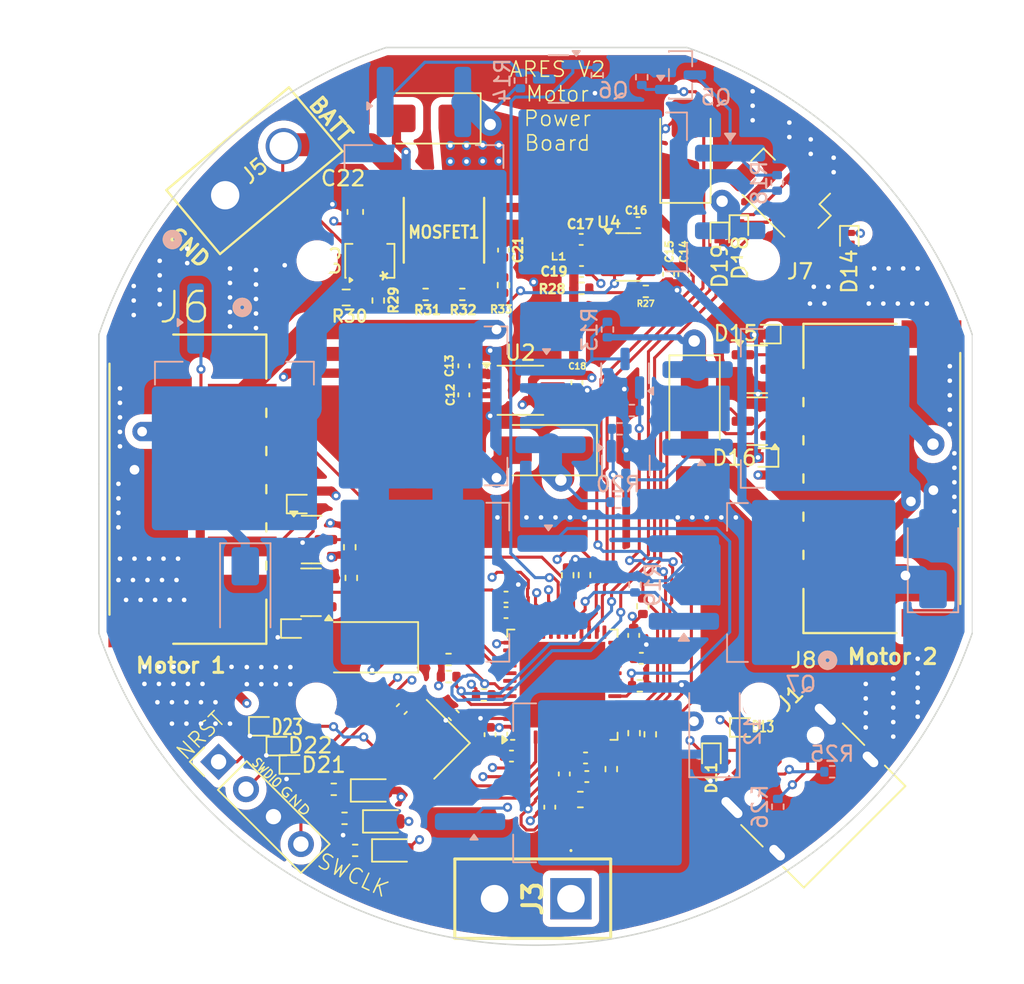
<source format=kicad_pcb>
(kicad_pcb (version 20241229) (generator "pcbnew") (generator_version "9.0")
  (layers (0 "F.Cu" signal) (4 "In1.Cu" signal) (6 "In2.Cu" signal) (2 "B.Cu" signal) (13 "F.Paste" user) (15 "B.Paste" user) (5 "F.SilkS" user "F.Silkscreen") (7 "B.SilkS" user "B.Silkscreen") (1 "F.Mask" user) (3 "B.Mask" user) (25 "Edge.Cuts" user))
  (net 0 "")
  (net 1 "GND")
  (net 2 "+3.3V")
  (net 3 "/OSC_IN")
  (net 4 "/OSC_OUT")
  (net 5 "Net-(U1-VCAP1)")
  (net 6 "+3.3VA")
  (net 7 "+BATT")
  (net 8 "Net-(D1-K)")
  (net 9 "Net-(D2-K)")
  (net 10 "/LED_G")
  (net 11 "/LED_B")
  (net 12 "Net-(D3-K)")
  (net 13 "/M1A")
  (net 14 "/M1B")
  (net 15 "Net-(U2-SENSE)")
  (net 16 "/SWDIO")
  (net 17 "/NRST")
  (net 18 "/SWCLK")
  (net 19 "/SCL")
  (net 20 "/SDA")
  (net 21 "/M1Q3")
  (net 22 "/M1Q1")
  (net 23 "/M1Q4")
  (net 24 "/M1Q2")
  (net 25 "/VBatt_sense")
  (net 31 "/M2Q1")
  (net 32 "/M2Q3")
  (net 36 "/M2Q4")
  (net 37 "/M2Q2")
  (net 38 "VMOTOR")
  (net 42 "/M2A")
  (net 43 "/M2B")
  (net 44 "Net-(D15-K)")
  (net 45 "Net-(D16-K)")
  (net 46 "Net-(D17-K)")
  (net 47 "/E1A")
  (net 48 "/E1B")
  (net 49 "/E2B")
  (net 50 "/E2A")
  (net 52 "Net-(Q1-G)")
  (net 53 "Net-(Q13-D)")
  (net 54 "Net-(Q5-D)")
  (net 55 "Net-(Q14-G)")
  (net 56 "Net-(U2-BYP)")
  (net 57 "Net-(U4-VBST)")
  (net 58 "Net-(U4-SW)")
  (net 59 "+5V")
  (net 60 "Net-(J1-CC1)")
  (net 61 "Net-(J1-CC2)")
  (net 62 "Net-(U4-VFB)")
  (net 63 "/USB_D+")
  (net 64 "/USB_D-")
  (net 70 "Net-(U1-BOOT0)")
  (net 71 "Net-(U3-OV)")
  (net 73 "Net-(C21-Pad1)")
  (net 74 "Net-(U3-GATE)")
  (net 75 "Net-(MOSFET1-Pad1)")
  (net 76 "Net-(MOSFET1-Pad4)")
  (net 77 "Net-(MOSFET1-Pad2)")
  (net 78 "Net-(D20-K)")
  (footprint "Capacitor_SMD:C_0402_1005Metric" (layer "F.Cu") (at 146.01643 105.523 -90)
    (property "Reference" "C4" (hide yes))
    (property "Value" "100nF")
  )
  (footprint "Resistor_SMD:R_0402_1005Metric" (layer "F.Cu") (at 153.95 107.775 90)
    (property "Reference" "R21" (hide yes))
    (property "Value" "1k")
  )
  (footprint "LED_SMD:LED_0603_1608Metric" (layer "F.Cu") (at 139.78 113.1)
    (property "Reference" "D2" (hide yes))
    (property "Value" "LED")
  )
  (footprint "Capacitor_SMD:C_0603_1608Metric" (layer "F.Cu") (at 137.2 71.3 90)
    (property "Reference" "C22")
    (property "Value" "3.3uF")
  )
  (footprint "Resistor_SMD:R_0402_1005Metric" (layer "F.Cu") (at 145.606431 102.923 180)
    (property "Reference" "R3" (hide yes))
    (property "Value" "10k")
  )
  (footprint "Diode_SMD:D_SMA" (layer "F.Cu") (at 149.5 86.9 180)
    (property "Reference" "D4" (hide yes))
    (property "Value" "SS34")
  )
  (footprint "Inductor_SMD:L_0603_1608Metric" (layer "F.Cu") (at 151.925 109.770001 180)
    (property "Reference" "FB1" (hide yes))
    (property "Value" "120R")
  )
  (footprint "Resistor_SMD:R_0402_1005Metric" (layer "F.Cu") (at 143.3 100.6 180)
    (property "Reference" "R1" (hide yes))
    (property "Value" "4.7k")
  )
  (footprint "Capacitor_SMD:C_0402_1005Metric" (layer "F.Cu") (at 155.91643 100.523)
    (property "Reference" "C7" (hide yes))
    (property "Value" "2.2uF")
  )
  (footprint "Package_DFN_QFN:QFN-48-1EP_7x7mm_P0.5mm_EP5.6x5.6mm" (layer "F.Cu") (at 150.75 102.25 90)
    (property "Reference" "U1" (hide yes))
    (property "Value" "STM32F401CCU6")
  )
  (footprint "Diode_SMD:D_SOD-882" (layer "F.Cu") (at 164.225 79.3 180)
    (property "Reference" "D15")
    (property "Value" "PESD5V0L1UL")
  )
  (footprint "Diode_SMD:D_SMA" (layer "F.Cu") (at 137.8 99.8 180)
    (property "Reference" "D5" (hide yes))
    (property "Value" "SS34")
  )
  (footprint "Diode_SMD:D_SMA" (layer "F.Cu") (at 158.8 67.2 90)
    (property "Reference" "D8" (hide yes))
    (property "Value" "SS34")
  )
  (footprint "" (layer "F.Cu") (at 163.65 103.45)
    (property "Reference" "")
    (property "Value" "")
  )
  (footprint "LED_SMD:LED_0603_1608Metric" (layer "F.Cu") (at 139.187501 111.2)
    (property "Reference" "D3" (hide yes))
    (property "Value" "LED")
  )
  (footprint "Capacitor_SMD:C_0402_1005Metric" (layer "F.Cu") (at 144.301 83.276714 -90)
    (property "Reference" "C12")
    (property "Value" ".01uF")
  )
  (footprint "CustomARES:CONN_S6B-XH-SM4-TB_JST" (layer "F.Cu") (at 171.653801 88.750001 90)
    (property "Reference" "J8")
    (property "Value" "Conn_01x06")
  )
  (footprint "Resistor_SMD:R_0402_1005Metric" (layer "F.Cu") (at 156.21 76.5)
    (property "Reference" "R27")
    (property "Value" "10k")
  )
  (footprint "Diode_SMD:D_SOD-882" (layer "F.Cu") (at 131.05 104.975)
    (property "Reference" "D23")
    (property "Value" "PESD3V3U1UL")
  )
  (footprint "Capacitor_SMD:C_0402_1005Metric" (layer "F.Cu") (at 149.925 110.270001 -90)
    (property "Reference" "C11" (hide yes))
    (property "Value" "1uF")
  )
  (footprint "Resistor_SMD:R_0603_1608Metric" (layer "F.Cu") (at 136.6 76.9 180)
    (property "Reference" "R30")
    (property "Value" "470")
  )
  (footprint "Capacitor_SMD:C_0402_1005Metric" (layer "F.Cu") (at 143.639653 104.244142 135)
    (property "Reference" "C2" (hide yes))
    (property "Value" "10pF")
  )
  (footprint "Resistor_SMD:R_0402_1005Metric" (layer "F.Cu") (at 136.495 111 180)
    (property "Reference" "R8" (hide yes))
    (property "Value" "1k")
  )
  (footprint "Diode_SMD:D_SOD-882" (layer "F.Cu") (at 133.525 90.425)
    (property "Reference" "D20" (hide yes))
    (property "Value" "PESD5V0L1UL")
  )
  (footprint "Resistor_SMD:R_0402_1005Metric" (layer "F.Cu") (at 141.8 76.7 180)
    (property "Reference" "R31")
    (property "Value" "10k")
  )
  (footprint "Diode_SMD:D_SMA" (layer "F.Cu") (at 141.891667 65.175 180)
    (property "Reference" "D7" (hide yes))
    (property "Value" "SS34")
  )
  (footprint "Capacitor_SMD:C_0402_1005Metric" (layer "F.Cu") (at 155.7 72)
    (property "Reference" "C16")
    (property "Value" "100nF")
  )
  (footprint "Capacitor_SMD:C_0402_1005Metric" (layer "F.Cu") (at 144.301 81.376714 90)
    (property "Reference" "C13")
    (property "Value" "10uF")
  )
  (footprint "Diode_SMD:D_SOD-882" (layer "F.Cu") (at 132.2 106.275)
    (property "Reference" "D22")
    (property "Value" "PESD3V3U1UL")
  )
  (footprint "Resistor_SMD:R_0402_1005Metric" (layer "F.Cu") (at 144.2 76.7 180)
    (property "Reference" "R32")
    (property "Value" "10k")
  )
  (footprint "Capacitor_SMD:C_0402_1005Metric" (layer "F.Cu") (at 152 75.2)
    (property "Reference" "C19")
    (property "Value" "22uF")
  )
  (footprint "Diode_SMD:D_SOD-882" (layer "F.Cu") (at 161.05 72.8 -90)
    (property "Reference" "D19")
    (property "Value" "PESD3V3U1UL")
  )
  (footprint "Resistor_SMD:R_0402_1005Metric" (layer "F.Cu") (at 136.9375 95.259999 -90)
    (property "Reference" "R10" (hide yes))
    (property "Value" "1k")
  )
  (footprint "Resistor_SMD:R_0402_1005Metric" (layer "F.Cu") (at 136.8375 93.25 90)
    (property "Reference" "R9" (hide yes))
    (property "Value" "1k")
  )
  (footprint "Diode_SMD:D_SOD-882" (layer "F.Cu") (at 133.05 107.475)
    (property "Reference" "D21")
    (property "Value" "PESD3V3U1UL")
  )
  (footprint "Connector_PinHeader_2.54mm:PinHeader_1x04_P2.54mm_Vertical" (layer "F.Cu") (at 128.251949 107.296949 45)
    (property "Reference" "J2" (hide yes))
    (property "Value" "SWD")
  )
  (footprint "Capacitor_SMD:C_0402_1005Metric" (layer "F.Cu") (at 158.7 75.4 90)
    (property "Reference" "C14")
    (property "Value" "10uF")
  )
  (footprint "Resistor_SMD:R_0402_1005Metric" (layer "F.Cu") (at 152 76.3)
    (property "Reference" "R28")
    (property "Value" "56.2k")
  )
  (footprint "CustomARES:USB_C_Receptacle_HRO_TYPE-C-31-M-12--MODIFIED" (layer "F.Cu") (at 167.112239 109.452837 45)
    (property "Reference" "J1")
    (property "Value" "TYPE-C-31-M-12")
  )
  (footprint "Diode_SMD:D_SOD-882" (layer "F.Cu") (at 169.525 73.025 -90)
    (property "Reference" "D14")
    (property "Value" "PESD3V3U1UL")
  )
  (footprint "CustomARES:XT30UPBF" (layer "F.Cu") (at 151.31 116.26 90)
    (property "Reference" "J3")
    (property "Value" "XT30UPB-F" (hide yes))
  )
  (footprint "Resistor_SMD:R_0402_1005Metric" (layer "F.Cu") (at 143.306431 101.723 180)
    (property "Reference" "R2" (hide yes))
    (property "Value" "4.7k")
  )
  (footprint "Capacitor_SMD:C_0402_1005Metric" (layer "F.Cu") (at 147.06143 96.515)
    (property "Reference" "C1" (hide yes))
    (property "Value" "10uF")
  )
  (footprint "Resistor_SMD:R_0402_1005Metric" (layer "F.Cu") (at 146.9 76.09 90)
    (property "Reference" "R33")
    (property "Value" "5.1k")
  )
  (footprint "Package_TO_SOT_SMD:SOT-23" (layer "F.Cu") (at 134.3 96.2 180)
    (property "Reference" "Q10" (hide yes))
    (property "Value" "2N7002")
  )
  (footprint "Resistor_SMD:R_0402_1005Metric" (layer "F.Cu") (at 156.01643 97.113001 90)
    (property "Reference" "R22" (hide yes))
    (property "Value" "1k")
  )
  (footprint "Connector_JST:JST_SH_BM04B-SRSS-TB_1x04-1MP_P1.00mm_Vertical" (layer "F.Cu") (at 165.327423 70.126256 135)
    (property "Reference" "J7")
    (property "Value" "Conn_01x04_Pin")
  )
  (footprint "Resistor_SMD:R_0402_1005Metric" (layer "F.Cu") (at 135.790001 109.1 180)
    (property "Reference" "R5" (hide yes))
    (property "Value" "1k")
  )
  (footprint "Diode_SMD:D_SOD-882" (layer "F.Cu") (at 162.3 72.325 -90)
    (property "Reference" "D18")
    (property "Value" "PESD3V3U1UL")
  )
  (footprint "Capacitor_SMD:C_0402_1005Metric" (layer "F.Cu") (at 146.9 73.8 90)
    (property "Reference" "C21")
    (property "Value" "33pF")
  )
  (footprint "Inductor_SMD:L_0402_1005Metric" (layer "F.Cu") (at 152 74.2 180)
    (property "Reference" "L1")
    (property "Value" "3.3uH")
  )
  (footprint "" (layer "F.Cu") (at 163.65 74.45)
    (property "Reference" "")
    (property "Value" "")
  )
  (footprint "Package_TO_SOT_SMD:SOT-23" (layer "F.Cu") (at 163.5 81.6)
    (property "Reference" "Q11" (hide yes))
    (property "Value" "2N7002")
  )
  (footprint "Resistor_SMD:R_0402_1005Metric" (layer "F.Cu") (at 155.44143 105.423 -90)
    (property "Reference" "R11" (hide yes))
    (property "Value" "29.4k")
  )
  (footprint "CustomARES:PG-DSO-8-902_INF" (layer "F.Cu") (at 143 72.5 90)
    (property "Reference" "MOSFET1")
    (property "Value" "IRF7351TRPBF")
  )
  (footprint "Diode_SMD:D_SOD-882" (layer "F.Cu") (at 164.075 87.375 180)
    (property "Reference" "D16")
    (property "Value" "PESD5V0L1UL")
  )
  (footprint "" (layer "F.Cu") (at 134.7 74.5)
    (property "Reference" "")
    (property "Value" "")
  )
  (footprint "Package_TO_SOT_SMD:SOT-23" (layer "F.Cu") (at 163.5 85 180)
    (property "Reference" "Q12" (hide yes))
    (property "Value" "2N7002")
  )
  (footprint "Capacitor_SMD:C_0402_1005Metric" (layer "F.Cu") (at 147.41643 106.923 180)
    (property "Reference" "C3" (hide yes))
    (property "Value" "100nF")
  )
  (footprint "Crystal:Crystal_SMD_3225-4Pin_3.2x2.5mm" (layer "F.Cu") (at 142.11643 105.823 135)
    (property "Reference" "Y1" (hide yes))
    (property "Value" "16MHz")
  )
  (footprint "CustomARES:CONN_XT30UPB-M_AMA" (layer "F.Cu") (at 128.684889 70.20697 40)
    (property "Reference" "J5")
    (property "Value" "XT30UPB-M")
  )
  (footprint "Package_DFN_QFN:DFN-8-1EP_2x3mm_P0.5mm_EP0.61x2.2mm" (layer "F.Cu") (at 138.15 74.5 90)
    (property "Reference" "U3")
    (property "Value" "LTC4365DDB")
  )
  (footprint "Capacitor_SMD:C_0402_1005Metric" (layer "F.Cu") (at 147.06143 97.531)
    (property "Reference" "C8" (hide yes))
    (property "Value" "100nF")
  )
  (footprint "Resistor_SMD:R_0402_1005Metric" (layer "F.Cu") (at 155.81643 102.323)
    (property "Reference" "R16" (hide yes))
    (property "Value" "1k")
  )
  (footprint "Package_TO_SOT_SMD:SOT-23" (layer "F.Cu") (at 134.3375 92.75)
    (property "Reference" "Q8" (hide yes))
    (property "Value" "2N7002")
  )
  (footprint "Capacitor_SMD:C_0402_1005Metric" (layer "F.Cu") (at 140.239653 103.844142 45)
    (property "Reference" "C5" (hide yes))
    (property "Value" "10pF")
  )
  (footprint "Diode_SMD:D_SOD-882" (layer "F.Cu") (at 160.5 106.9 -90)
    (property "Reference" "D11")
    (property "Value" "PESD3V3U1UL")
  )
  (footprint "Capacitor_SMD:C_0402_1005Metric" (layer "F.Cu") (at 151.701 82.476714 -90)
    (property "Reference" "C18")
    (property "Value" "1uF")
  )
  (footprint "Resistor_SMD:R_0402_1005Metric" (layer "F.Cu") (at 137.19 113.1 180)
    (property "Reference" "R7" (hide yes))
    (property "Value" "1k")
  )
  (footprint "Capacitor_SMD:C_0402_1005Metric" (layer "F.Cu") (at 152.26643 107.048 180)
    (property "Reference" "C9" (hide yes))
    (property "Value" "10nF")
  )
  (footprint "Capacitor_SMD:C_0402_1005Metric" (layer "F.Cu") (at 152.35 108.265001 180)
    (property "Reference" "C10" (hide yes))
    (property "Value" "1uF")
  )
  (footprint "Diode_SMD:D_SOD-882" (layer "F.Cu") (at 133.15 98.575)
    (property "Reference" "D17" (hide yes))
    (property "Value" "PESD5V0L1UL")
  )
  (footprint "CustomARES:CONN_S6B-XH-SM4-TB_JST" (layer "F.Cu") (at 126.246199 89.449999 -90)
    (property "Reference" "J6")
    (property "Value" "Conn_01x06")
  )
  (footprint "Capacitor_SMD:C_0402_1005Metric" (layer "F.Cu") (at 151.98 73.1)
    (property "Reference" "C17")
    (property "Value" "22uF")
  )
  (footprint "Resistor_SMD:R_0402_1005Metric" (layer "F.Cu") (at 152.196429 95.073 90)
    (property "Reference" "R23" (hide yes))
    (property "Value" "1k")
  )
  (footprint "Package_SO:MSOP-8_3x3mm_P0.65mm" (layer "F.Cu") (at 148.001 82.976714)
    (property "Reference" "U2")
    (property "Value" "LT1962-3.3")
  )
  (footprint "Diode_SMD:D_SOD-882" (layer "F.Cu") (at 162.525 105.05)
    (property "Reference" "D13")
    (property "Value" "PESD3V3U1UL")
  )
  (footprint "Diode_SMD:D_SMA" (layer "F.Cu") (at 159.4 84.2 -90)
    (property "Reference" "D10" (hide yes))
    (property "Value" "SS34")
  )
  (footprint "LED_SMD:LED_0603_1608Metric" (layer "F.Cu") (at 138.390001 109.173)
    (property "Reference" "D1" (hide yes))
    (property "Value" "LED")
  )
  (footprint "Capacitor_SMD:C_0402_1005Metric" (layer "F.Cu") (at 155.41643 99.023 -90)
    (property "Reference" "C6" (hide yes))
    (property "Value" "100nF")
  )
  (footprint "Capacitor_SMD:C_0402_1005Metric" (layer "F.Cu") (at 157.7 75.38 -90)
    (property "Reference" "C15")
    (property "Value" "10uF")
  )
  (footprint "" (layer "F.Cu") (at 134.65 103.45)
    (property "Reference" "")
    (property "Value" "")
  )
  (footprint "Resistor_SMD:R_0402_1005Metric" (layer "F.Cu") (at 138.7 77.1 -90)
    (property "Reference" "R29")
    (property "Value" "15k")
  )
  (footprint "Resistor_SMD:R_0402_1005Metric" (layer "F.Cu") (at 151.096429 95.083 90)
    (property "Reference" "R15" (hide yes))
    (property "Value" "1k")
  )
  (footprint "Resistor_SMD:R_0402_1005Metric" (layer "F.Cu") (at 156.5 105.5 90)
    (property "Reference" "R12" (hide yes))
    (property "Value" "10k")
  )
  (footprint "Package_TO_SOT_SMD:SOT-23-6" (layer "F.Cu") (at 155.0625 74.25)
    (property "Reference" "U4")
    (property "Value" "TPS563200")
  )
  (footprint "Capacitor_SMD:C_0402_1005Metric" (layer "F.Cu") (at 150.875 108.095001 -90)
    (property "Reference" "C20" (hide yes))
    (property "Value" "100nF")
  )
  (footprint "Package_TO_SOT_SMD:SOT-23" (layer "B.Cu") (at 154.85 81.8625 90)
    (property "Reference" "Q13" (hide yes))
    (property "Value" "2N7002")
  )
  (footprint "Resistor_SMD:R_0402_1005Metric" (layer "B.Cu") (at 154.4 90.3 180)
    (property "Reference" "R20")
    (property "Value" "1k")
  )
  (footprint "Package_TO_SOT_SMD:TO-263-2" (layer "B.Cu") (at 167.25 84.16)
    (property "Reference" "Q14" (hide yes))
    (property "Value" "RF1S9540SM")
  )
  (footprint "Resistor_SMD:R_0402_1005Metric" (layer "B.Cu") (at 168.4 107.95 180)
    (property "Reference" "R25")
    (property "Value" "5.11k")
  )
  (footprint "Package_TO_SOT_SMD:TO-263-2" (layer "B.Cu") (at 154.075 69.99 180)
    (property "Reference" "Q6")
    (property "Value" "RF1S9540SM")
  )
  (footprint "Resistor_SMD:R_0402_1005Metric" (layer "B.Cu") (at 154.5 85.5)
    (property "Reference" "R24" (hide yes))
    (property "Value" "1k")
  )
  (footprint "Package_TO_SOT_SMD:SOT-23" (layer "B.Cu") (at 150.4925 62.6 180)
    (property "Reference" "Q4" (hide yes))
    (property "Value" "2N7002")
  )
  (footprint "Resistor_SMD:R_0402_1005Metric" (layer "B.Cu") (at 153.7 79 -90)
    (property "Reference" "R13")
    (property "Value" "1k")
  )
  (footprint "Resistor_SMD:R_0402_1005Metric" (layer "B.Cu") (at 164.8 69.4 -90)
    (property "Reference" "R18")
    (property "Value" "1k")
  )
  (footprint "Diode_SMD:D_SMA" (layer "B.Cu") (at 160.7 104.8 90)
    (property "Reference" "D12")
    (property "Value" "SS34")
  )
  (footprint "Resistor_SMD:R_0402_1005Metric" (layer "B.Cu") (at 164.846 110.238 -90)
    (property "Reference" "R26")
    (property "Value" "5.11k")
  )
  (footprint "Resistor_SMD:R_0402_1005Metric" (layer "B.Cu") (at 155.944625 62.48 90)
    (property "Reference" "R17" (hide yes))
    (property "Value" "1k")
  )
  (footprint "Resistor_SMD:R_0402_1005Metric" (layer "B.Cu") (at 148 62.7 -90)
    (property "Reference" "R14")
    (property "Value" "1k")
  )
  (footprint "Package_TO_SOT_SMD:TO-263-2" (layer "B.Cu") (at 142.325 84 180)
    (property "Reference" "Q2" (hide yes))
    (property "Value" "RF1S9540SM")
  )
  (footprint "Diode_SMD:D_SMA" (layer "B.Cu") (at 175 94 90)
    (property "Reference" "D9" (hide yes))
    (property "Value" "SS34")
  )
  (footprint "Package_TO_SOT_SMD:TO-263-2" (layer "B.Cu") (at 142.450001 95.539999 180)
    (property "Reference" "Q9" (hide yes))
    (property "Value" "IRLZ44NS")
  )
  (footprint "Resistor_SMD:R_0402_1005Metric" (layer "B.Cu") (at 153.03 62.35 -90)
    (property "Reference" "R6" (hide yes))
    (property "Value" "1k")
  )
  (footprint "Diode_SMD:D_SMA" (layer "B.Cu") (at 130 96.5 -90)
    (property "Reference" "D6" (hide yes))
    (property "Value" "SS34")
  )
  (footprint "Package_TO_SOT_SMD:TO-263-2" (layer "B.Cu") (at 166.35 95.56)
    (property "Reference" "Q7")
    (property "Value" "IRLZ44NS")
  )
  (footprint "Resistor_SMD:R_0402_1005Metric" (layer "B.Cu") (at 155.5 95.7 90)
    (property "Reference" "R19")
    (property "Value" "1k")
  )
  (footprint "Package_TO_SOT_SMD:SOT-23" (layer "B.Cu") (at 158.482125 62.33)
    (property "Reference" "Q5")
    (property "Value" "2N7002" (hide yes))
  )
  (footprint "Package_TO_SOT_SMD:TO-263-2" (layer "B.Cu") (at 129.29 85.93 -90)
    (property "Reference" "Q3" (hide yes))
    (property "Value" "IRLZ44NS")
  )
  (footprint "Package_TO_SOT_SMD:TO-263-2" (layer "B.Cu") (at 152.355 108.675)
    (property "Reference" "Q15" (hide yes))
    (property "Value" "IRLZ44NS")
  )
  (footprint "Resistor_SMD:R_0402_1005Metric" (layer "B.Cu") (at 155.3 84.3 180)
    (property "Reference" "R4" (hide yes))
    (property "Value" "1k")
  )
  (footprint "Package_TO_SOT_SMD:TO-263-2" (layer "B.Cu") (at 141.691667 71.75 -90)
    (property "Reference" "Q1" (hide yes))
    (property "Value" "RF1S9540SM")
  )
  (footprint "Package_TO_SOT_SMD:SOT-23" (layer "B.Cu") (at 154.9 87.9 -90)
    (property "Reference" "Q16" (hide yes))
    (property "Value" "2N7002")
  )
  (gr_curve (pts (xy 136 78.5) (xy 136 78.5) (xy 136 78.5) (xy 136 78.5)) (stroke (width 0.2)) (layer "F.Cu"))
  (gr_line (start 120.421401 79.324199) (end 120.421401 89.103199) (stroke (width 0.1)) (layer "Edge.Cuts"))
  (gr_arc (start 158.896033 60.532261) (mid 170.402273 67.773192) (end 177.565031 79.328262) (stroke (width 0.1)) (layer "Edge.Cuts"))
  (gr_line (start 177.565031 79.328269) (end 177.565031 98.886262) (stroke (width 0.05)) (layer "Edge.Cuts"))
  (gr_arc (start 120.421401 79.324199) (mid 127.628973 67.737095) (end 139.219948 60.53575) (stroke (width 0.1)) (layer "Edge.Cuts"))
  (gr_line (start 120.421401 89.103199) (end 120.421401 98.882199) (stroke (width 0.1)) (layer "Edge.Cuts"))
  (gr_arc (start 177.565031 98.886262) (mid 148.991294 119.304855) (end 120.420156 98.882625) (stroke (width 0.1)) (layer "Edge.Cuts"))
  (gr_line (start 139.219948 60.53575) (end 158.896033 60.53575) (stroke (width 0.1)) (layer "Edge.Cuts"))
  (gr_text "BATT" (at 133.975 64.25 311) (layer "F.SilkS") (effects (font (size 1 1) (thickness 0.2) (bold yes)) (justify left bottom)))
  (gr_text "SWDIO" (at 130.3 107.4 315) (layer "F.SilkS") (effects (font (size 0.6 0.5) (thickness 0.1)) (justify left bottom)))
  (gr_text "Motor 1" (at 122.725 101.575 0) (layer "F.SilkS") (effects (font (size 1 1) (thickness 0.2) (bold yes)) (justify left bottom)))
  (gr_text "GND" (at 124.7 72.925 317) (layer "F.SilkS") (effects (font (size 1 1) (thickness 0.2) (bold yes)) (justify left bottom)))
  (gr_text "Motor 2" (at 169.3 101 0) (layer "F.SilkS") (effects (font (size 1 1) (thickness 0.2) (bold yes)) (justify left bottom)))
  (gr_text "SWCLK" (at 134.525 114.175 335) (layer "F.SilkS") (effects (font (size 1 1) (thickness 0.1)) (justify left bottom)))
  (gr_text "NRST\n" (at 126.125 107.375 45) (layer "F.SilkS") (effects (font (size 1 1) (thickness 0.1)) (justify left bottom)))
  (gr_text "ARES V2\nMotor\nPower\nBoard" (at 150.425 67.375 0) (layer "F.SilkS") (effects (font (size 1 1) (thickness 0.1)) (justify bottom)))
  (gr_text "GND" (at 132.1 109.2 315) (layer "F.SilkS") (effects (font (size 0.6 0.8) (thickness 0.1)) (justify left bottom)))
  (segment (start 145.096432 102.923) (end 145.096432 102.528004) (width 0.2) (layer "F.Cu") (net 1))
  (segment (start 151.574 106.214798) (end 151.574 105.761499) (width 0.2) (layer "F.Cu") (net 1))
  (segment (start 144.301 80.896714) (end 144.823714 80.374) (width 0.6) (layer "F.Cu") (net 1))
  (segment (start 148.5 98.8125) (end 148.5 100) (width 0.2) (layer "F.Cu") (net 1))
  (segment (start 162.3 72.775) (end 162.3 72.675) (width 0.2) (layer "F.Cu") (net 1))
  (segment (start 133.4 93.7) (end 133.4 93.3) (width 0.2) (layer "F.Cu") (net 1))
  (segment (start 151.701 82.956714) (end 152.356714 82.956714) (width 0.2) (layer "F.Cu") (net 1))
  (segment (start 156.326429 100.593001) (end 156.39643 100.523) (width 0.2) (layer "F.Cu") (net 1))
  (segment (start 131.85 106.4) (end 131.375 106.875) (width 0.2) (layer "F.Cu") (net 1))
  (segment (start 134.4385 90.9885) (end 134.4385 92.207032) (width 0.2) (layer "F.Cu") (net 1))
  (segment (start 136.887501 113.1) (end 136.887501 112.587501) (width 0.2) (layer "F.Cu") (net 1))
  (segment (start 148.5 104.5) (end 150.75 102.25) (width 0.2) (layer "F.Cu") (net 1))
  (segment (start 169.525 73.875) (end 169.675 74.025) (width 0.2) (layer "F.Cu") (net 1))
  (segment (start 145.096432 102.528004) (end 144.79143 102.223002) (width 0.2) (layer "F.Cu") (net 1))
  (segment (start 151.096429 94.573) (end 151.096429 94.553571) (width 0.2) (layer "F.Cu") (net 1))
  (segment (start 161.275 73.375) (end 161.05 73.15) (width 0.2) (layer "F.Cu") (net 1))
  (segment (start 135.94 76.9) (end 135.775 76.9) (width 0.2) (layer "F.Cu") (net 1))
  (segment (start 147.54143 97.531) (end 147.7114 97.70097) (width 0.2) (layer "F.Cu") (net 1))
  (segment (start 160.5 107.25) (end 160.5 108.491275) (width 0.2) (layer "F.Cu") (net 1))
  (segment (start 152.46 73.1) (end 151.849 72.489) (width 0.2) (layer "F.Cu") (net 1))
  (segment (start 158.368758 103.061959) (end 158.367758 103.061959) (width 0.2) (layer "F.Cu") (net 1))
  (segment (start 151.599 106.79267) (end 151.599 106.239798) (width 0.2) (layer "F.Cu") (net 1))
  (segment (start 151.500001 103.000001) (end 151.500001 105.6875) (width 0.2) (layer "F.Cu") (net 1))
  (segment (start 148.85 74.9) (end 147.27 73.32) (width 0.2) (layer "F.Cu") (net 1))
  (segment (start 148.049001 110.825999) (end 148.5 110.375) (width 0.2) (layer "F.Cu") (net 1))
  (segment (start 149.55857 109.192001) (end 150.225054 109.192001) (width 0.2) (layer "F.Cu") (net 1))
  (segment (start 147.55 95.930461) (end 147.55 96.50643) (width 0.2) (layer "F.Cu") (net 1))
  (segment (start 147.54143 96.515) (end 147.54143 97.531) (width 0.2) (layer "F.Cu") (net 1))
  (segment (start 168.1 90.000001) (end 171.729256 90.000001) (width 1.27) (layer "F.Cu") (net 1))
  (segment (start 135.985001 110.885001) (end 135.280002 110.180002) (width 0.2) (layer "F.Cu") (net 1))
  (segment (start 161.275 73.7) (end 161.375 73.7) (width 0.2) (layer "F.Cu") (net 1))
  (segment (start 134.69 76.9) (end 132.58 74.79) (width 0.2) (layer "F.Cu") (net 1))
  (segment (start 148.913187 111.761814) (end 148.401058 111.761814) (width 0.2) (layer "F.Cu") (net 1))
  (segment (start 145.391828 104.448624) (end 145.391828 105.378398) (width 0.2) (layer "F.Cu") (net 1))
  (segment (start 147.778258 95.779241) (end 147.70122 95.779241) (width 0.2) (layer "F.Cu") (net 1))
  (segment (start 148.5 98.35657) (end 147.67443 97.531) (width 0.2) (layer "F.Cu") (net 1))
  (segment (start 152.356714 82.956714) (end 152.375 82.975) (width 0.2) (layer "F.Cu") (net 1))
  (segment (start 151.17345 72.489) (end 148.85 74.81245) (width 0.2) (layer "F.Cu") (net 1))
  (segment (start 148.85 75.87) (end 148.87 75.89) (width 0.2) (layer "F.Cu") (net 1))
  (segment (start 147.27 73.32) (end 146.9 73.32) (width 0.2) (layer "F.Cu") (net 1))
  (segment (start 150.825 108.350001) (end 151.625 108.350001) (width 0.2) (layer "F.Cu") (net 1))
  (segment (start 133.5 98.822774) (end 133.096774 99.226) (width 0.2) (layer "F.Cu") (net 1))
  (segment (start 165.203679 68.128679) (end 165.203679 68.096321) (width 0.2) (layer "F.Cu") (net 1))
  (segment (start 135.775 76.9) (end 134.69 76.9) (width 0.2) (layer "F.Cu") (net 1))
  (segment (start 136.4 111.414999) (end 135.985001 111) (width 0.2) (layer "F.Cu") (net 1))
  (segment (start 152.482657 75.2) (end 153.266314 75.983657) (width 0.2) (layer "F.Cu") (net 1))
  (segment (start 131.85 106.275) (end 131.85 106.4) (width 0.2) (layer "F.Cu") (net 1))
  (segment (start 133.4 93.3) (end 133.75 92.95) (width 0.2) (layer "F.Cu") (net 1))
  (segment (start 158.367758 103.061959) (end 156.5 104.929717) (width 0.2) (layer "F.Cu") (net 1))
  (segment (start 151.87 108.265001) (end 151.87 107.265001) (width 0.2) (layer "F.Cu") (net 1))
  (segment (start 147.862609 95.69489) (end 147.778258 95.779241) (width 0.2) (layer "F.Cu") (net 1))
  (segment (start 130.7 104.975) (end 130.7 105.20245) (width 0.2) (layer "F.Cu") (net 1))
  (segment (start 160.5 108.491275) (end 160.441274 108.550001) (width 0.2) (layer "F.Cu") (net 1))
  (segment (start 175.026561 89.426561) (end 175.026561 89.51917) (width 1.27) (layer "F.Cu") (net 1))
  (segment (start 148.401058 111.761814) (end 148.049001 111.409757) (width 0.2) (layer "F.Cu") (net 1))
  (segment (start 174.382004 88.782004) (end 175.026561 89.426561) (width 1.27) (layer "F.Cu") (net 1))
  (segment (start 157.06 76.5) (end 157.7 75.86) (width 0.2) (layer "F.Cu") (net 1))
  (segment (start 132.201 99.226) (end 132.125 99.15) (width 0.2) (layer "F.Cu") (net 1))
  (segment (start 151.599 106.239798) (end 151.574 106.214798) (width 0.2) (layer "F.Cu") (net 1))
  (segment (start 156.5 104.929717) (end 156.5 104.99) (width 0.2) (layer "F.Cu") (net 1))
  (segment (start 141.939653 104.444142) (end 141.518475 104.444142) (width 0.2) (layer "F.Cu") (net 1))
  (segment (start 141.939653 104.444142) (end 141.957811 104.4623) (width 0.2) (layer "F.Cu") (net 1))
  (segment (start 154.91943 100) (end 154.1875 100) (width 0.2) (layer "F.Cu") (net 1))
  (segment (start 161.375 73.7) (end 162.3 72.775) (width 0.2) (layer "F.Cu") (net 1))
  (segment (start 133.096774 99.226) (end 132.201 99.226) (width 0.2) (layer "F.Cu") (net 1))
  (segment (start 145.8885 84.5135) (end 146.025 84.65) (width 0.2) (layer "F.Cu") (net 1))
  (segment (start 135.985001 111) (end 135.985001 110.885001) (width 0.2) (layer "F.Cu") (net 1))
  (segment (start 133.5 98.575) (end 133.5 98.822774) (width 0.2) (layer "F.Cu") (net 1))
  (segment (start 132.7 107.475) (end 132.7 108.425) (width 0.2) (layer "F.Cu") (net 1))
  (segment (start 136.887501 112.587501) (end 136.3 112) (width 0.2) (layer "F.Cu") (net 1))
  (segment (start 148.85 75.475) (end 148.85 75.87) (width 0.2) (layer "F.Cu") (net 1))
  (segment (start 148.5 100) (end 150.75 102.25) (width 0.2) (layer "F.Cu") (net 1))
  (segment (start 134.4385 92.207032) (end 133.75 92.895532) (width 0.2) (layer "F.Cu") (net 1))
  (segment (start 129.780001 88.18) (end 129.8 88.199999) (width 1.27) (layer "F.Cu") (net 1))
  (segment (start 156.39643 100.483) (end 155.88893 99.9755) (width 0.2) (layer "F.Cu") (net 1))
  (segment (start 143.300242 104.402903) (end 143.300242 103.904731) (width 0.2) (layer "F.Cu") (net 1))
  (segment (start 162.875 105.05) (end 163.35 105.05) (width 0.2) (layer "F.Cu") (net 1))
  (segment (start 155.88893 99.9755) (end 156.24143 99.623) (width 0.2) (layer "F.Cu") (net 1))
  (segment (start 148.85 75.475) (end 148.85 74.9) (width 0.2) (layer "F.Cu") (net 1))
  (segment (start 155.41643 99.503) (end 154.91943 100) (width 0.2) (layer "F.Cu") (net 1))
  (segment (start 133.6875 93.7) (end 133.4 93.7) (width 0.2) (layer "F.Cu") (net 1))
  (segment (start 150.225054 109.192001) (end 150.705 108.712055) (width 0.2) (layer "F.Cu") (net 1))
  (segment (start 145.8885 83.951714) (end 145.8885 84.5135) (width 0.2) (layer "F.Cu") (net 1))
  (segment (start 156.72 76.5) (end 157.06 76.5) (width 0.2) (layer "F.Cu") (net 1))
  (segment (start 162.9375 82.55) (end 162.5625 82.55) (width 0.2) (layer "F.Cu") (net 1))
  (segment (start 152.48 75.2) (end 152.482657 75.2) (width 0.2) (layer "F.Cu") (net 1))
  (segment (start 151.574 105.761499) (end 151.500001 105.6875) (width 0.2) (layer "F.Cu") (net 1))
  (segment (start 143.300242 103.904731) (end 142.479064 103.904731) (width 0.2) (layer "F.Cu") (net 1))
  (segment (start 151.6 94.05) (end 151.683428 94.05) (width 0.2) (layer "F.Cu") (net 1))
  (segment (start 122.75 88.18) (end 129.780001 88.18) (width 1.27) (layer "F.Cu") (net 1))
  (segment (start 145.391828 105.378398) (end 145.40543 105.392) (width 0.2) (layer "F.Cu") (net 1))
  (segment (start 150.75 102.25) (end 151.500001 103.000001) (width 0.2) (layer "F.Cu") (net 1))
  (segment (start 148.049001 111.409757) (end 148.049001 110.825999) (width 0.2) (layer "F.Cu") (net 1))
  (segment (start 137.4 75.44) (end 135.94 76.9) (width 0.2) (layer "F.Cu") (net 1))
  (segment (start 163.55 87.375) (end 163.725 87.375) (width 0.2) (layer "F.Cu") (net 1))
  (segment (start 148.85 74.81245) (end 148.85 75.475) (width 0.2) (layer "F.Cu") (net 1))
  (segment (start 154.1875 100) (end 153 100) (width 0.2) (layer "F.Cu") (net 1))
  (segment (start 145.40543 105.392) (end 145.40543 104.912) (width 0.2) (layer "F.Cu") (net 1))
  (segment (start 163.60625 83.21875) (end 163.55 83.21875) (width 0.2) (layer "F.Cu") (net 1))
  (segment (start 147.70122 95.779241) (end 147.55 95.930461) (width 0.2) (layer "F.Cu") (net 1))
  (segment (start 148.98357 109.89143) (end 148.98357 109.767001) (width 0.2) (layer "F.Cu") (net 1))
  (segment (start 151.78643 107.048) (end 151.78643 106.9801) (width 0.2) (layer "F.Cu") (net 1))
  (segment (start 147.2745 104.462) (end 145.65988 104.462) (width 0.2) (layer "F.Cu") (net 1))
  (segment (start 135.280002 110.180002) (end 135.280002 109.1) (width 0.2) (layer "F.Cu") (net 1))
  (segment (start 161.275 73.7) (end 161.275 73.375) (width 0.2) (layer "F.Cu") (net 1))
  (segment (start 164.4375 84.05) (end 163.60625 83.21875) (width 0.2) (layer "F.Cu") (net 1))
  (segment (start 135.2375 95.25) (end 133.6875 93.7) (width 0.2) (layer "F.Cu") (net 1))
  (segment (start 150.705 108.712055) (end 150.705 108.470001) (width 0.2) (layer "F.Cu") (net 1))
  (segment (start 151.683428 94.05) (end 152.196429 94.563001) (width 0.2) (layer "F.Cu") (net 1))
  (segment (start 151.096429 94.573) (end 152.18643 94.573) (width 0.2) (layer "F.Cu") (net 1))
  (segment (start 142.479064 103.904731) (end 141.939653 104.444142) (width 0.2) (layer "F.Cu") (net 1))
  (segment (start 169.525 73.375) (end 169.525 73.875) (width 0.2) (layer "F.Cu") (net 1))
  (segment (start 141.957811 106.866462) (end 142.293207 107.201858) (width 0.2) (layer "F.Cu") (net 1))
  (segment (start 158.68 75.86) (end 158.7 75.88) (width 0.2) (layer "F.Cu") (net 1))
  (segment (start 147.3125 104.5) (end 148.5 104.5) (width 0.2) (layer "F.Cu") (net 1))
  (segment (start 163.35 79.3) (end 163.3 79.35) (width 0.2) (layer "F.Cu") (net 1))
  (segment (start 133.75 92.895532) (end 133.75 92.95) (width 0.2) (layer "F.Cu") (net 1))
  (segment (start 136.3 112) (end 136.35 112.05) (width 0.2) (layer "F.Cu") (net 1))
  (segment (start 163.60625 83.21875) (end 162.9375 82.55) (width 0.2) (layer "F.Cu") (net 1))
  (segment (start 145.65988 104.462) (end 145.40543 104.71645) (width 0.2) (layer "F.Cu") (net 1))
  (segment (start 151.096429 94.553571) (end 151.6 94.05) (width 0.2) (layer "F.Cu") (net 1))
  (segment (start 144.823714 80.374) (end 146.025 80.374) (width 0.6) (layer "F.Cu") (net 1))
  (segment (start 146.01643 106.003) (end 145.40543 105.392) (width 0.2) (layer "F.Cu") (net 1))
  (segment (start 171.729256 90.000001) (end 172.947253 88.782004) (width 1.27) (layer "F.Cu") (net 1))
  (segment (start 151.78643 106.9801) (end 151.599 106.79267) (width 0.2) (layer "F.Cu") (net 1))
  (segment (start 158.55 102.26) (end 158.55 102.880717) (width 0.2) (layer "F.Cu") (net 1))
  (segment (start 141.518475 104.444142) (end 140.579064 103.504731) (width 0.2) (layer "F.Cu") (net 1))
  (segment (start 133.875 90.425) (end 134.4385 90.9885) (width 0.2) (layer "F.Cu") (net 1))
  (segment (start 158.25 76.425) (end 158.25 76.33) (width 0.2) (layer "F.Cu") (net 1))
  (segment (start 172.947253 88.782004) (end 174.382004 88.782004) (width 1.27) (layer "F.Cu") (net 1))
  (segment (start 151.849 72.489) (end 151.17345 72.489) (width 0.2) (layer "F.Cu") (net 1))
  (segment (start 136.4 112.1) (end 136.4 111.414999) (width 0.2) (layer "F.Cu") (net 1))
  (segment (start 156.326429 102.323) (end 156.326429 100.593001) (width 0.2) (layer "F.Cu") (net 1))
  (segment (start 155.88893 99.9755) (end 155.41643 99.503) (width 0.2) (layer "F.Cu") (net 1))
  (segment (start 146.93643 106.923) (end 146.01643 106.003) (width 0.2) (layer "F.Cu") (net 1))
  (segment (start 130.7 105.20245) (end 130.301225 105.601225) (width 0.2) (layer "F.Cu") (net 1))
  (segment (start 153 100) (end 150.75 102.25) (width 0.2) (layer "F.Cu") (net 1))
  (segment (start 145.40543 104.71645) (end 145.40543 104.912) (width 0.2) (layer "F.Cu") (net 1))
  (segment (start 152.88 63.525) (end 152.98 63.425) (width 0.2) (layer "F.Cu") (net 1))
  (segment (start 152.66 73.3) (end 152.46 73.1) (width 0.2) (layer "F.Cu") (net 1))
  (segment (start 143.117482 104.585663) (end 143.300242 104.402903) (width 0.2) (layer "F.Cu") (net 1))
  (segment (start 141.957811 104.4623) (end 141.957811 106.866462) (width 0.2) (layer "F.Cu") (net 1))
  (segment (start 147.67443 97.531) (end 147.54143 97.531) (width 0.2) (layer "F.Cu") (net 1))
  (segment (start 148.5 98.8125) (end 148.5 98.35657) (width 0.2) (layer "F.Cu") (net 1))
  (segment (start 149.925 110.750001) (end 148.913187 111.761814) (width 0.2) (layer "F.Cu") (net 1))
  (segment (start 148.98357 109.767001) (end 149.55857 109.192001) (width 0.2) (layer "F.Cu") (net 1))
  (segment (start 156.39643 100.523) (end 156.39643 100.483) (width 0.2) (layer "F.Cu") (net 1))
  (segment (start 148.5 110.375) (end 148.98357 109.89143) (width 0.2) (layer "F.Cu") (net 1))
  (segment (start 158.55 102.880717) (end 158.368758 103.061959) (width 0.2) (layer "F.Cu") (net 1))
  (segment (start 158.25 76.33) (end 158.7 75.88) (width 0.2) (layer "F.Cu") (net 1))
  (segment (start 157.7 75.86) (end 158.68 75.86) (width 0.2) (layer "F.Cu") (net 1))
  (segment (start 163.875 79.3) (end 163.35 79.3) (width 0.2) (layer "F.Cu") (net 1))
  (segment (start 153.925 73.3) (end 152.66 73.3) (width 0.2) (layer "F.Cu") (net 1))
  (segment (start 163.35 105.05) (end 163.4 105.1) (width 0.2) (layer "F.Cu") (net 1))
  (segment (start 150.705 108.470001) (end 150.825 108.350001) (width 0.2) (layer "F.Cu") (net 1))
  (segment (start 147.3125 104.5) (end 147.2745 104.462) (width 0.2) (layer "F.Cu") (net 1))
  (segment (start 147.55 96.50643) (end 147.54143 96.515) (width 0.2) (layer "F.Cu") (net 1))
  (via (at 160.441274 108.550001) (size 0.6) (drill 0.3) (layers "F.Cu" "B.Cu") (net 1))
  (via (at 174 102.45) (size 0.6) (drill 0.3) (layers "F.Cu" "B.Cu") (net 1))
  (via (at 123.6 95.4) (size 0.6) (drill 0.3) (layers "F.Cu" "B.Cu") (net 1))
  (via (at 132.125 99.15) (size 0.6) (drill 0.3) (layers "F.Cu" "B.Cu") (net 1))
  (via (at 125.3 102.2) (size 0.6) (drill 0.3) (layers "F.Cu" "B.Cu") (net 1))
  (via (at 171.15 75) (size 0.6) (drill 0.3) (layers "F.Cu" "B.Cu") (net 1))
  (via (at 173.65 77.3) (size 0.6) (drill 0.3) (layers "F.Cu" "B.Cu") (net 1))
  (via (at 121.7 91.95) (size 0.6) (drill 0.3) (layers "F.Cu" "B.Cu") (net 1))
  (via (at 122.7 76.15) (size 0.6) (drill 0.3) (layers "F.Cu" "B.Cu") (net 1))
  (via (at 166.95 77.3) (size 0.6) (drill 0.3) (layers "F.Cu" "B.Cu") (net 1))
  (via (at 130.1 101.1) (size 0.6) (drill 0.3) (layers "F.Cu" "B.Cu") (net 1))
  (via (at 133.75 92.95) (size 0.6) (drill 0.3) (layers "F.Cu" "B.Cu") (net 1))
  (via (at 121.8 82.85) (size 0.6) (drill 0.3) (layers "F.Cu" "B.Cu") (net 1))
  (via (at 132.7 108.425) (size 0.6) (drill 0.3) (layers "F.Cu" "B.Cu") (net 1))
  (via (at 152.375 82.975) (size 0.6) (drill 0.3) (layers "F.Cu" "B.Cu") (net 1))
  (via (at 167 67.5) (size 0.6) (drill 0.3) (layers "F.Cu" "B.Cu") (net 1))
  (via (at 124.35 102.2) (size 0.6) (drill 0.3) (layers "F.Cu" "B.Cu") (net 1))
  (via (at 146.5 91.3) (size 0.6) (drill 0.3) (layers "F.Cu" "B.Cu") (net 1))
  (via (at 124.4 76.4) (size 0.6) (drill 0.3) (layers "F.Cu" "B.Cu") (net 1))
  (via (at 124.55 95.4) (size 0.6) (drill 0.3) (layers "F.Cu" "B.Cu") (net 1))
  (via (at 170.6 102.2) (size 0.6) (drill 0.3) (layers "F.Cu" "B.Cu") (net 1))
  (via (at 174 75) (size 0.6) (drill 0.3) (layers "F.Cu" "B.Cu") (net 1))
  (via (at 168.5 68.7) (size 0.6) (drill 0.3) (layers "F.Cu" "B.Cu") (net 1))
  (via (at 132 102.217397) (size 0.6) (drill 0.3) (layers "F.Cu" "B.Cu") (net 1))
  (via (at 154.8 82.9) (size 0.6) (drill 0.3) (layers "F.Cu" "B.Cu") (net 1))
  (via (at 159.25 91.3) (size 0.6) (drill 0.3) (layers "F.Cu" "B.Cu") (net 1))
  (via (at 128.05 103.4) (size 0.6) (drill 0.3) (layers "F.Cu" "B.Cu") (net 1))
  (via (at 176.1 83.3) (size 0.6) (drill 0.3) (layers "F.Cu" "B.Cu") (net 1))
  (via (at 121.8 85.7) (size 0.6) (drill 0.3) (layers "F.Cu" "B.Cu") (net 1))
  (via (at 167 66.55) (size 0.6) (drill 0.3) (layers "F.Cu" "B.Cu") (net 1))
  (via (at 170.8 77.3) (size 0.6) (drill 0.3) (layers "F.Cu" "B.Cu") (net 1))
  (via (at 172.7 77.3) (size 0.6) (drill 0.3) (layers "F.Cu" "B.Cu") (net 1))
  (via (at 172.4 105.65) (size 0.6) (drill 0.3) (layers "F.Cu" "B.Cu") (net 1))
  (via (at 147.862609 95.69489) (size 0.6) (drill 0.3) (layers "F.Cu" "B.Cu") (net 1))
  (via (at 121.8 84.75) (size 0.6) (drill 0.3) (layers "F.Cu" "B.Cu") (net 1))
  (via (at 132.58 74.79) (size 0.6) (drill 0.3) (layers "F.Cu" "B.Cu") (net 1))
  (via (at 130.7 75.1) (size 0.6) (drill 0.3) (layers "F.Cu" "B.Cu") (net 1))
  (via (at 172.1 75) (size 0.6) (drill 0.3) (layers "F.Cu" "B.Cu") (net 1))
  (via (at 161.15 91.3) (size 0.6) (drill 0.3) (layers "F.Cu" "B.Cu") (net 1))
  (via (at 122.7 77.1) (size 0.6) (drill 0.3) (layers "F.Cu" "B.Cu") (net 1))
  (via (at 174 101.5) (size 0.6) (drill 0.3) (layers "F.Cu" "B.Cu") (net 1))
  (via (at 174.6 77.3) (size 0.6) (drill 0.3) (layers "F.Cu" "B.Cu") (net 1))
  (via (at 172.4 102.8) (size 0.6) (drill 0.3) (layers "F.Cu" "B.Cu") (net 1))
  (via (at 123.4 101.082603) (size 0.6) (drill 0.3) (layers "F.Cu" "B.Cu") (net 1))
  (via (at 124.25 103.4) (size 0.6) (drill 0.3) (layers "F.Cu" "B.Cu") (net 1))
  (via (at 174 104.35) (size 0.6) (drill 0.3) (layers "F.Cu" "B.Cu") (net 1))
  (via (at 130.7 77) (size 0.6) (drill 0.3) (layers "F.Cu" "B.Cu") (net 1))
  (via (at 135.7 70.8) (size 0.6) (drill 0.3) (layers "F.Cu" "B.Cu") (net 1))
  (via (at 145.391828 104.448624) (size 0.6) (drill 0.3) (layers "F.Cu" "B.Cu") (net 1))
  (via (at 163.2 63.4) (size 0.6) (drill 0.3) (layers "F.Cu" "B.Cu") (net 1))
  (via (at 176.1 82.35) (size 0.6) (drill 0.3) (layers "F.Cu" "B.Cu") (net 1))
  (via (at 126.25 102.2) (size 0.6) (drill 0.3) (layers "F.Cu" "B.Cu") (net 1))
  (via (at 136.4 112.1) (size 0.6) (drill 0.3) (layers "F.Cu" "B.Cu") (net 1))
  (via (at 126.2 74.65) (size 0.6) (drill 0.3) (layers "F.Cu" "B.Cu") (net 1))
  (via (at 121.7 90.05) (size 0.6) (drill 0.3) (layers "F.Cu" "B.Cu") (net 1))
  (via (at 152.88 63.525) (size 0.6) (drill 0.3) (layers "F.Cu" "B.Cu") (net 1))
  (via (at 121.7 91) (size 0.6) (drill 0.3) (layers "F.Cu" "B.Cu") (net 1))
  (via (at 129 75) (size 0.6) (drill 0.3) (layers "F.Cu" "B.Cu") (net 1))
  (via (at 176.4 88.05) (size 0.6) (drill 0.3) (layers "F.Cu" "B.Cu") (net 1))
  (via (at 167.9 77.3) (size 0.6) (drill 0.3) (layers "F.Cu" "B.Cu") (net 1))
  (via (at 130.7 76.05) (size 0.6) (drill 0.3) (layers "F.Cu" "B.Cu") (net 1))
  (via (at 149.35 91.3) (size 0.6) (drill 0.3) (layers "F.Cu" "B.Cu") (net 1))
  (via (at 171.75 77.3) (size 0.6) (drill 0.3) (layers "F.Cu" "B.Cu") (net 1))
  (via (at 168.15 76.2) (size 0.6) (drill 0.3) (layers "F.Cu" "B.Cu") (net 1))
  (via (at 126 96.7) (size 0.6) (drill 0.3) (layers "F.Cu" "B.Cu") (net 1))
  (via (at 158.55 102.26) (size 0.6) (drill 0.3) (layers "F.Cu" "B.Cu") (net 1))
  (via (at 165.6 65.45) (size 0.6) (drill 0.3) (layers "F.Cu" "B.Cu") (net 1))
  (via (at 125.2 103.4) (size 0.6) (drill 0.3) (layers "F.Cu" "B.Cu") (net 1))
  (via (at 125.3 101.082603) (size 0.6) (drill 0.3) (layers "F.Cu" "B.Cu") (net 1))
  (via (at 121.8 83.8) (size 0.6) (drill 0.3) (layers "F.Cu" "B.Cu") (net 1))
  (via (at 126.25 101.082603) (size 0.6) (drill 0.3) (layers "F.Cu" "B.Cu") (net 1))
  (via (at 126.15 104.8) (size 0.6) (drill 0.3) (layers "F.Cu" "B.Cu") (net 1))
  (via (at 170.6 103.15) (size 0.6) (drill 0.3) (layers "F.Cu" "B.Cu") (net 1))
  (via (at 173.05 75) (size 0.6) (drill 0.3) (layers "F.Cu" "B.Cu") (net 1))
  (via (at 124.65 94) (size 0.6) (drill 0.3) (layers "F.Cu" "B.Cu") (net 1))
  (via (at 163.3 79.35) (size 0.6) (drill 0.3) (layers "F.Cu" "B.Cu") (net 1))
  (via (at 172.4 103.75) (size 0.6) (drill 0.3) (layers "F.Cu" "B.Cu") (net 1))
  (via (at 176.4 87.1) (size 0.6) (drill 0.3) (layers "F.Cu" "B.Cu") (net 1))
  (via (at 125.5 95.4) (size 0.6) (drill 0.3) (layers "F.Cu" "B.Cu") (net 1))
  (via (at 126.15 103.4) (size 0.6) (drill 0.3) (layers "F.Cu" "B.Cu") (net 1))
  (via (at 151.6 94.05) (size 0.6) (drill 0.3) (layers "F.Cu" "B.Cu") (net 1))
  (via (at 150.3 91.3) (size 0.6) (drill 0.3) (layers "F.Cu" "B.Cu") (net 1))
  (via (at 154.925 86.9) (size 0.6) (drill 0.3) (layers "F.Cu" "B.Cu") (net 1))
  (via (at 167.2 76.2) (size 0.6) (drill 0.3) (layers "F.Cu" "B.Cu") (net 1))
  (via (at 124.4 74.5) (size 0.6) (drill 0.3) (layers "F.Cu" "B.Cu") (net 1))
  (via (at 129 78.8) (size 0.6) (drill 0.3) (layers "F.Cu" "B.Cu") (net 1))
  (via (at 122.75 88.18) (size 1.27) (drill 0.635) (layers "F.Cu" "B.Cu") (net 1))
  (via (at 161.275 73.7) (size 0.6) (drill 0.3) (layers "F.Cu" "B.Cu") (net 1))
  (via (at 129 77.85) (size 0.6) (drill 0.3) (layers "F.Cu" "B.Cu") (net 1))
  (via (at 121.7 95.4) (size 0.6) (drill 0.3) (layers "F.Cu" "B.Cu") (net 1))
  (via (at 143.117482 104.585663) (size 0.6) (drill 0.3) (layers "F.Cu" "B.Cu") (net 1))
  (via (at 172.4 104.7) (size 0.6) (drill 0.3) (layers "F.Cu" "B.Cu") (net 1))
  (via (at 125.05 96.7) (size 0.6) (drill 0.3) (layers "F.Cu" "B.Cu") (net 1))
  (via (at 162.1 91.3) (size 0.6) (drill 0.3) (layers "F.Cu" "B.Cu") (net 1))
  (via (at 132 101.1) (size 0.6) (drill 0.3) (layers "F.Cu" "B.Cu") (net 1))
  (via (at 121.7 89.1) (size 0.6) (drill 0.3) (layers "F.Cu" "B.Cu") (net 1))
  (via (at 156.24143 99.623) (size 0.6) (drill 0.3) (layers "F.Cu" "B.Cu") (net 1))
  (via (at 123.7 94) (size 0.6) (drill 0.3) (layers "F.Cu" "B.Cu") (net 1))
  (via (at 176.1 84.25) (size 0.6) (drill 0.3) (layers "F.Cu" "B.Cu") (net 1))
  (via (at 148.5 110.375) (size 0.6) (drill 0.3) (layers "F.Cu" "B.Cu") (net 1))
  (via (at 124.1 96.7) (size 0.6) (drill 0.3) (layers "F.Cu" "B.Cu") (net 1))
  (via (at 176.4 90.9) (size 0.6) (drill 0.3) (layers "F.Cu" "B.Cu") (net 1))
  (via (at 131.05 101.1) (size 0.6) (drill 0.3) (layers "F.Cu" "B.Cu") (net 1))
  (via (at 160.2 91.3) (size 0.6) (drill 0.3) (layers "F.Cu" "B.Cu") (net 1))
  (via (at 130.7 78.9) (size 0.6) (drill 0.3) (layers "F.Cu" "B.Cu") (net 1))
  (via (at 163.4 105.1) (size 0.6) (drill 0.3) (layers "F.Cu" "B.Cu") (net 1))
  (via (at 151.25 91.3) (size 0.6) (drill 0.3) (layers "F.Cu" "B.Cu") (net 1))
  (via (at 131.375 106.875) (size 0.6) (drill 0.3) (layers "F.Cu" "B.Cu") (net 1))
  (via (at 129.1 101.082603) (size 0.6) (drill 0.3) (layers "F.Cu" "B.Cu") (net 1))
  (via (at 153.266314 75.983657) (size 0.6) (drill 0.3) (layers "F.Cu" "B.Cu") (net 1))
  (via (at 124.35 101.082603) (size 0.6) (drill 0.3) (layers "F.Cu" "B.Cu") (net 1))
  (via (at 121.8 86.65) (size 0.6) (drill 0.3) (layers "F.Cu" "B.Cu") (net 1))
  (via (at 123.4 102.2) (size 0.6) (drill 0.3) (layers "F.Cu" "B.Cu") (net 1))
  (via (at 132.95 102.217397) (size 0.6) (drill 0.3) (layers "F.Cu" "B.Cu") (net 1))
  (via (at 174 103.4) (size 0.6) (drill 0.3) (layers "F.Cu" "B.Cu") (net 1))
  (via (at 132.95 101.1) (size 0.6) (drill 0.3) (layers "F.Cu" "B.Cu") (net 1))
  (via (at 176.1 85.2) (size 0.6) (drill 0.3) (layers "F.Cu" "B.Cu") (net 1))
  (via (at 125.6 94) (size 0.6) (drill 0.3) (layers "F.Cu" "B.Cu") (net 1))
  (via (at 171 76.2) (size 0.6) (drill 0.3) (layers "F.Cu" "B.Cu") (net 1))
  (via (at 172.4 101.85) (size 0.6) (drill 0.3) (layers "F.Cu" "B.Cu") (net 1))
  (via (at 175.026561 89.51917) (size 1.27) (drill 0.635) (layers "F.Cu" "B.Cu") (net 1))
  (via (at 146.025 80.374) (size 0.6) (drill 0.3) (layers "F.Cu" "B.Cu") (net 1))
  (via (at 127.1 103.4) (size 0.6) (drill 0.3) (layers "F.Cu" "B.Cu") (net 1))
  (via (at 129 76.9) (size 0.6) (drill 0.3) (layers "F.Cu" "B.Cu") (net 1))
  (via (at 148.87 75.89) (size 0.6) (drill 0.3) (layers "F.Cu" "B.Cu") (net 1))
  (via (at 122.2 96.7) (size 0.6) (drill 0.3) (layers "F.Cu" "B.Cu") (net 1))
  (via (at 158.25 76.425) (size 0.6) (drill 0.3) (layers "F.Cu" "B.Cu") (net 1))
  (via (at 130.1 102.217397) (size 0.6) (drill 0.3) (layers "F.Cu" "B.Cu") (net 1))
  (via (at 122.65 95.4) (size 0.6) (drill 0.3) (layers "F.Cu" "B.Cu") (net 1))
  (via (at 131.05 102.217397) (size 0.6) (drill 0.3) (layers "F.Cu" "B.Cu") (net 1))
  (via (at 174 100.55) (size 0.6) (drill 0.3) (layers "F.Cu" "B.Cu") (net 1))
  (via (at 122.7 78.05) (size 0.6) (drill 0.3) (layers "F.Cu" "B.Cu") (net 1))
  (via (at 125.2 104.8) (size 0.6) (drill 0.3) (layers "F.Cu" "B.Cu") (net 1))
  (via (at 129 75.95) (size 0.6) (drill 0.3) (layers "F.Cu" "B.Cu") (net 1))
  (via (at 144.79143 102.223002) (size 0.6) (drill 0.3) (layers "F.Cu" "B.Cu") (net 1))
  (via (at 152.2 91.3) (size 0.6) (drill 0.3) (layers "F.Cu" "B.Cu") (net 1))
  (via (at 163.2 65.3) (size 0.6) (drill 0.3) (layers "F.Cu" "B.Cu") (net 1))
  (via (at 170.6 105.05) (size 0.6) (drill 0.3) (layers "F.Cu" "B.Cu") (net 1))
  (via (at 163.55 83.21875) (size 0.6) (drill 0.3) (layers "F.Cu" "B.Cu") (net 1))
  (via (at 146.025 84.65) (size 0.6) (drill 0.3) (layers "F.Cu" "B.Cu") (net 1))
  (via (at 163.55 87.375) (size 0.6) (drill 0.3) (layers "F.Cu" "B.Cu") (net 1))
  (via (at 127.2 102.2) (size 0.6) (drill 0.3) (layers "F.Cu" "B.Cu") (net 1))
  (via (at 176.1 81.4) (size 0.6) (drill 0.3) (layers "F.Cu" "B.Cu") (net 1))
  (via (at 163.2 64.35) (size 0.6) (drill 0.3) (layers "F.Cu" "B.Cu") (net 1))
  (via (at 122.75 94) (size 0.6) (drill 0.3) (layers "F.Cu" "B.Cu") (net 1))
  (via (at 124.4 77.35) (size 0.6) (drill 0.3) (layers "F.Cu" "B.Cu") (net 1))
  (via (at 127.1 104.8) (size 0.6) (drill 0.3) (layers "F.Cu" "B.Cu") (net 1))
  (via (at 148.4 91.3) (size 0.6) (drill 0.3) (layers "F.Cu" "B.Cu") (net 1))
  (via (at 176.4 89.95) (size 0.6) (drill 0.3) (layers "F.Cu" "B.Cu") (net 1))
  (via (at 123.15 96.7) (size 0.6) (drill 0.3) (layers "F.Cu" "B.Cu") (net 1))
  (via (at 121.8 94) (size 0.6) (drill 0.3) (layers "F.Cu" "B.Cu") (net 1))
  (via (at 158.3 91.3) (size 0.6) (drill 0.3) (layers "F.Cu" "B.Cu") (net 1))
  (via (at 124.4 75.45) (size 0.6) (drill 0.3) (layers "F.Cu" "B.Cu") (net 1))
  (via (at 170.6 104.1) (size 0.6) (drill 0.3) (layers "F.Cu" "B.Cu") (net 1))
  (via (at 176.4 89) (size 0.6) (drill 0.3) (layers "F.Cu" "B.Cu") (net 1))
  (via (at 129 104.8) (size 0.6) (drill 0.3) (layers "F.Cu" "B.Cu") (net 1))
  (via (at 168.5 67.75) (size 0.6) (drill 0.3) (layers "F.Cu" "B.Cu") (net 1))
  (via (at 130.301225 105.601225) (size 0.6) (drill 0.3) (layers "F.Cu" "B.Cu") (net 1))
  (via (at 165.6 66.4) (size 0.6) (drill 0.3) (layers "F.Cu" "B.Cu") (net 1))
  (via (at 126.2 73.7) (size 0.6) (drill 0.3) (layers "F.Cu" "B.Cu") (net 1))
  (via (at 130.7 77.95) (size 0.6) (drill 0.3) (layers "F.Cu" "B.Cu") (net 1))
  (via (at 128.05 104.8) (size 0.6) (drill 0.3) (layers "F.Cu" "B.Cu") (net 1))
  (segment (start 153.03 63.375) (end 152.88 63.525) (width 0.2) (layer "B.Cu") (net 1))
  (segment (start 152.855 63.55) (end 152.88 63.525) (width 0.2) (layer "B.Cu") (net 1))
  (segment (start 175.026561 89.51917) (end 175.026561 91.973439) (width 1.27) (layer "B.Cu") (net 1))
  (segment (start 158.76 102.26) (end 159.299999 102.799999) (width 0.6) (layer "B.Cu") (net 1))
  (segment (start 154.790001 84.3) (end 154.790001 82.909999) (width 0.2) (layer "B.Cu") (net 1))
  (segment (start 155.944625 61.69075) (end 156.119625 61.51575) (width 0.2) (layer "B.Cu") (net 1))
  (segment (start 154.790001 85.280002) (end 155.009999 85.5) (width 0.2) (layer "B.Cu") (net 1))
  (segment (start 155.944625 61.970001) (end 155.944625 61.69075) (width 0.2) (layer "B.Cu") (net 1))
  (segment (start 155.5 95.190001) (end 155.759999 95.45) (width 0.2) (layer "B.Cu") (net 1))
  (segment (start 151.6 96.580003) (end 150.100003 98.08) (width 0.2) (layer "B.Cu") (net 1))
  (segment (start 159.299999 102.799999) (end 160.7 102.799999) (width 0.6) (layer "B.Cu") (net 1))
  (segment (start 145.228566 105.891434) (end 144.7 106.42) (width 0.2) (layer "B.Cu") (net 1))
  (segment (start 153.03 62.859999) (end 153.03 63.375) (width 0.2) (layer "B.Cu") (net 1))
  (segment (start 154.8 82.9) (end 154 82.9) (width 0.2) (layer "B.Cu") (net 1))
  (segment (start 158.7 94.375) (end 158.7 93.02) (width 0.2) (layer "B.Cu") (net 1))
  (segment (start 156.255375 61.38) (end 156.119625 61.51575) (width 0.2) (layer "B.Cu") (net 1))
  (segment (start 131.83 75.54) (end 132.58 74.79) (width 0.2) (layer "B.Cu") (net 1))
  (segment (start 151.43 63.55) (end 152.855 63.55) (width 0.2) (layer "B.Cu") (net 1))
  (segment (start 132.125 99.15) (end 131.475001 98.500001) (width 0.2) (layer "B.Cu") (net 1))
  (segment (start 132.58 74.79) (end 128.6 70.81) (width 0.2) (layer "B.Cu") (net 1))
  (segment (start 152.425 94.05) (end 153.565001 95.190001) (width 0.2) (layer "B.Cu") (net 1))
  (segment (start 131.83 78.28) (end 131.83 75.54) (width 0.2) (layer "B.Cu") (net 1))
  (segment (start 131.475001 98.500001) (end 130 98.500001) (width 0.2) (layer "B.Cu") (net 1))
  (segment (start 145.391828 104.448624) (end 145.228566 104.611886) (width 0.2) (layer "B.Cu") (net 1))
  (segment (start 153.565001 95.190001) (end 155.5 95.190001) (width 0.2) (layer "B.Cu") (net 1))
  (segment (start 145.228566 104.611886) (end 145.228566 105.891434) (width 0.2) (layer "B.Cu") (net 1))
  (segment (start 155.009999 85.5) (end 155.009999 86.815001) (width 0.2) (layer "B.Cu") (net 1))
  (segment (start 157.625 95.45) (end 158.7 94.375) (width 0.2) (layer "B.Cu") (net 1))
  (segment (start 175.026561 91.973439) (end 175 92) (width 1.27) (layer "B.Cu") (net 1))
  (segment (start 154.9875 86.9625) (end 154.925 86.9) (width 0.2) (layer "B.Cu") (net 1))
  (segment (start 157.544625 61.38) (end 156.255375 61.38) (width 0.2) (layer "B.Cu") (net 1))
  (segment (start 155.759999 95.45) (end 157.625 95.45) (width 0.2) (layer "B.Cu") (net 1))
  (segment (start 151.6 94.05) (end 151.6 96.580003) (width 0.2) (layer "B.Cu") (net 1))
  (segment (start 154.790001 84.3) (end 154.790001 85.280002) (width 0.2) (layer "B.Cu") (net 1))
  (segment (start 154 82.9) (end 153.9 82.8) (width 0.2) (layer "B.Cu") (net 1))
  (segment (start 155.009999 86.815001) (end 154.925 86.9) (width 0.2) (layer "B.Cu") (net 1))
  (segment (start 151.6 94.05) (end 152.425 94.05) (width 0.2) (layer "B.Cu") (net 1))
  (segment (start 158.55 102.26) (end 158.76 102.26) (width 0.6) (layer "B.Cu") (net 1))
  (segment (start 154.790001 82.909999) (end 154.8 82.9) (width 0.2) (layer "B.Cu") (net 1))
  (segment (start 155.85 86.9625) (end 154.9875 86.9625) (width 0.2) (layer "B.Cu") (net 1))
  (segment (start 144.301 81.856714) (end 132.748416 81.856714) (width 0.6) (layer "F.Cu") (net 2))
  (segment (start 149.925 109.790001) (end 149.062471 110.65253) (width 0.2) (layer "F.Cu") (net 2))
  (segment (start 147.3125 105) (end 146.63 105) (width 0.2) (layer "F.Cu") (net 2))
  (segment (start 135.790001 93.759999) (end 135.625 93.925) (width 0.2) (layer "F.Cu") (net 2))
  (segment (start 155.41643 98.543) (end 155.41643 98.223) (width 0.2) (layer "F.Cu") (net 2))
  (segment (start 138.18 93.22) (end 138.18 92.9671) (width 0.2) (layer "F.Cu") (net 2))
  (segment (start 146.05943 105) (end 146.01643 105.043) (width 0.2) (layer "F.Cu") (net 2))
  (segment (start 138.18 92.9671) (end 136.8829 91.67) (width 0.2) (layer "F.Cu") (net 2))
  (segment (start 144.301 81.856714) (end 145.7945 81.856714) (width 0.6) (layer "F.Cu") (net 2))
  (segment (start 136.8829 91.67) (end 135.56 91.67) (width 0.2) (layer "F.Cu") (net 2))
  (segment (start 155.41643 97.86643) (end 155.325 97.775) (width 0.2) (layer "F.Cu") (net 2))
  (segment (start 136.8375 93.759999) (end 135.790001 93.759999) (width 0.2) (layer "F.Cu") (net 2))
  (segment (start 147.3125 105) (end 148 105.6875) (width 0.2) (layer "F.Cu") (net 2))
  (segment (start 154.45943 99.5) (end 155.41643 98.543) (width 0.2) (layer "F.Cu") (net 2))
  (segment (start 142.796432 102.003002) (end 142.796432 101.723) (width 0.2) (layer "F.Cu") (net 2))
  (segment (start 153.1526 110.546001) (end 151.9135 110.546001) (width 0.2) (layer "F.Cu") (net 2))
  (segment (start 142.796432 100.832999) (end 142.806431 100.823) (width 0.2) (layer "F.Cu") (net 2))
  (segment (start 149.925 109.790001) (end 151.1175 109.790001) (width 0.2) (layer "F.Cu") (net 2))
  (segment (start 169.525 72.675) (end 167.325 70.475) (width 0.2) (layer "F.Cu") (net 2))
  (segment (start 149.062471 110.748344) (end 148.650001 111.160814) (width 0.2) (layer "F.Cu") (net 2))
  (segment (start 139.84 94.88) (end 138.18 93.22) (width 0.2) (layer "F.Cu") (net 2))
  (segment (start 146.150001 96.05) (end 142.52763 96.05) (width 0.2) (layer "F.Cu") (net 2))
  (segment (start 136.9375 94.75) (end 136.9375 93.859999) (width 0.2) (layer "F.Cu") (net 2))
  (segment (start 146.63 105.045303) (end 146.613303 105.062) (width 0.2) (layer "F.Cu") (net 2))
  (segment (start 170.225 72.675) (end 170.25 72.7) (width 0.2) (layer "F.Cu") (net 2))
  (segment (start 147.89643 106.923) (end 147.89643 105.79107) (width 0.2) (layer "F.Cu") (net 2))
  (segment (start 153.95 109.748601) (end 153.1526 110.546001) (width 0.2) (layer "F.Cu") (net 2))
  (segment (start 146.63 105) (end 146.63 105.045303) (width 0.2) (layer "F.Cu") (net 2))
  (segment (start 146.58143 97.531) (end 147.86293 98.8125) (width 0.2) (layer "F.Cu") (net 2))
  (segment (start 153.95 108.284999) (end 153.95 109.748601) (width 0.2) (layer "F.Cu") (net 2))
  (segment (start 136.9375 93.859999) (end 136.8375 93.759999) (width 0.2) (layer "F.Cu") (net 2))
  (segment (start 142.52763 96.05) (end 141.35763 94.88) (width 0.2) (layer "F.Cu") (net 2))
  (segment (start 147.89643 105.79107) (end 148 105.6875) (width 0.2) (layer "F.Cu") (net 2))
  (segment (start 142.796432 101.723) (end 142.796432 100.832999) (width 0.2) (layer "F.Cu") (net 2))
  (segment (start 146.58143 97.531) (end 146.58143 96.515) (width 0.2) (layer "F.Cu") (net 2))
  (segment (start 155.41643 98.543) (end 155.41643 97.86643) (width 0.2) (layer "F.Cu") (net 2))
  (segment (start 169.525 72.675) (end 170.225 72.675) (width 0.2) (layer "F.Cu") (net 2))
  (segment (start 142.65 102.325) (end 142.65 102.149434) (width 0.2) (layer "F.Cu") (net 2))
  (segment (start 154.1875 99.5) (end 154.45943 99.5) (width 0.2) (layer "F.Cu") (net 2))
  (segment (start 139.773 109.173) (end 140.2 109.6) (width 0.2) (layer "F.Cu") (net 2))
  (segment (start 142.65 102.149434) (end 142.796432 102.003002) (width 0.2) (layer "F.Cu") (net 2))
  (segment (start 146.150001 96.05) (end 146.58143 96.481429) (width 0.2) (layer "F.Cu") (net 2))
  (segment (start 147.86293 98.8125) (end 148 98.8125) (width 0.2) (layer "F.Cu") (net 2))
  (segment (start 145.7945 81.856714) (end 145.8885 81.950714) (width 0.6) (layer "F.Cu") (net 2))
  (segment (start 155.41643 98.223) (end 156.01643 97.623) (width 0.2) (layer "F.Cu") (net 2))
  (segment (start 149.062471 110.65253) (end 149.062471 110.748344) (width 0.2) (layer "F.Cu") (net 2))
  (segment (start 167.325 70.475) (end 167.325 70.25) (width 0.2) (layer "F.Cu") (net 2))
  (segment (start 132.748416 81.856714) (end 132.5 82.10513) (width 0.6) (layer "F.Cu") (net 2))
  (segment (start 140 94.88) (end 139.84 94.88) (width 0.2) (layer "F.Cu") (net 2))
  (segment (start 139.177502 109.173) (end 139.773 109.173) (width 0.2) (layer "F.Cu") (net 2))
  (segment (start 151.9135 110.546001) (end 151.1375 109.770001) (width 0.2) (layer "F.Cu") (net 2))
  (segment (start 141.35763 94.88) (end 140 94.88) (width 0.2) (layer "F.Cu") (net 2))
  (segment (start 146.63 105) (end 146.05943 105) (width 0.2) (layer "F.Cu") (net 2))
  (segment (start 146.58143 96.481429) (end 146.58143 96.515) (width 0.2) (layer "F.Cu") (net 2))
  (segment (start 151.1175 109.790001) (end 151.1375 109.770001) (width 0.2) (layer "F.Cu") (net 2))
  (via (at 148.650001 111.160814) (size 0.6) (drill 0.3) (layers "F.Cu" "B.Cu") (net 2))
  (via (at 170.25 72.7) (size 0.6) (drill 0.3) (layers "F.Cu" "B.Cu") (net 2))
  (via (at 135.56 91.67) (size 0.6) (drill 0.3) (layers "F.Cu" "B.Cu") (net 2))
  (via (at 140.2 109.6) (size 0.6) (drill 0.3) (layers "F.Cu" "B.Cu") (net 2))
  (via (at 155.325 97.775) (size 0.6) (drill 0.3) (layers "F.Cu" "B.Cu") (net 2))
  (via (at 142.65 102.325) (size 0.6) (drill 0.3) (layers "F.Cu" "B.Cu") (net 2))
  (via (at 135.625 93.925) (size 0.6) (drill 0.3) (layers "F.Cu" "B.Cu") (net 2))
  (via (at 146.613303 105.062) (size 0.6) (drill 0.3) (layers "F.Cu" "B.Cu") (net 2))
  (via (at 132.5 82.10513) (size 0.6) (drill 0.3) (layers "F.Cu" "B.Cu") (net 2))
  (segment (start 143.513446 107.147889) (end 143.495288 107.129731) (width 0.2) (layer "F.Cu") (net 3))
  (segment (start 143.979064 105.516001) (end 143.495288 105.999777) (width 0.2) (layer "F.Cu") (net 3))
  (segment (start 149.52943 107.39557) (end 148.051 108.874) (width 0.2) (layer "F.Cu") (net 3))
  (segment (start 149.71443 106.6108) (end 149.700999 106.6108) (width 0.2) (layer "F.Cu") (net 3))
  (segment (start 143.979064 104.583553) (end 143.979064 105.516001) (width 0.2) (layer "F.Cu") (net 3))
  (segment (start 149.700999 106.6108) (end 149.700999 106.808781) (width 0.2) (layer "F.Cu") (net 3))
  (segment (start 149.700999 106.808781) (end 149.52943 106.98035) (width 0.2) (layer "F.Cu") (net 3))
  (segment (start 149.999999 106.325231) (end 149.71443 106.6108) (width 0.2) (layer "F.Cu") (net 3))
  (segment (start 143.495288 107.129731) (end 143.495288 105.999777) (width 0.2) (layer "F.Cu") (net 3))
  (segment (start 145.124 108.874) (end 143.513446 107.263446) (width 0.2) (layer "F.Cu") (net 3))
  (segment (start 148.051 108.874) (end 145.124 108.874) (width 0.2) (layer "F.Cu") (net 3))
  (segment (start 143.513446 107.263446) (end 143.513446 107.147889) (width 0.2) (layer "F.Cu") (net 3))
  (segment (start 149.52943 106.98035) (end 149.52943 107.39557) (width 0.2) (layer "F.Cu") (net 3))
  (segment (start 149.999999 105.6875) (end 149.999999 106.325231) (width 0.2) (layer "F.Cu") (net 3))
  (segment (start 148.2171 109.275) (end 143.092141 109.275) (width 0.2) (layer "F.Cu") (net 4))
  (segment (start 140.737572 105.646223) (end 140.737572 105.020883) (width 0.2) (layer "F.Cu") (net 4))
  (segment (start 140.737572 106.920431) (end 140.737572 105.646223) (width 0.2) (layer "F.Cu") (net 4))
  (segment (start 143.092141 109.275) (end 140.737572 106.920431) (width 0.2) (layer "F.Cu") (net 4))
  (segment (start 149.93043 107.56167) (end 148.2171 109.275) (width 0.2) (layer "F.Cu") (net 4))
  (segment (start 150.11543 106.7769) (end 150.11543 106.96145) (width 0.2) (layer "F.Cu") (net 4))
  (segment (start 150.5 105.6875) (end 150.5 106.39233) (width 0.2) (layer "F.Cu") (net 4))
  (segment (start 140.737572 105.020883) (end 139.900242 104.183553) (width 0.2) (layer "F.Cu") (net 4))
  (segment (start 149.93043 107.14645) (end 149.93043 107.56167) (width 0.2) (layer "F.Cu") (net 4))
  (segment (start 150.5 106.39233) (end 150.11543 106.7769) (width 0.2) (layer "F.Cu") (net 4))
  (segment (start 150.11543 106.96145) (end 149.93043 107.14645) (width 0.2) (layer "F.Cu") (net 4))
  (segment (start 154.210499 100.523) (end 154.1875 100.500001) (width 0.2) (layer "F.Cu") (net 5))
  (segment (start 155.43643 100.523) (end 154.210499 100.523) (width 0.2) (layer "F.Cu") (net 5))
  (segment (start 152 106.30157) (end 152.74643 107.048) (width 0.2) (layer "F.Cu") (net 6))
  (segment (start 152 105.6875) (end 152 106.30157) (width 0.2) (layer "F.Cu") (net 6))
  (segment (start 152.7375 108.357501) (end 152.83 108.265001) (width 0.2) (layer "F.Cu") (net 6))
  (segment (start 152.7375 109.465001) (end 152.7375 108.357501) (width 0.2) (layer "F.Cu") (net 6))
  (segment (start 152.83 108.265001) (end 152.83 107.265001) (width 0.2) (layer "F.Cu") (net 6))
  (segment (start 132.45 66.9) (end 138.21915 66.9) (width 1.5) (layer "F.Cu") (net 7))
  (segment (start 157.964235 94.601057) (end 157.964235 95.098943) (width 0.2) (layer "F.Cu") (net 7))
  (segment (start 156.407492 71.0071) (end 142.8546 71.0071) (width 0.6) (layer "F.Cu") (net 7))
  (segment (start 141.095 69.77585) (end 142.04915 69.77585) (width 1.5) (layer "F.Cu") (net 7))
  (segment (start 138.4 75.5) (end 138.7 75.8) (width 0.2) (layer "F.Cu") (net 7))
  (segment (start 137.4 73.56) (end 136.601724 73.56) (width 0.2) (layer "F.Cu") (net 7))
  (segment (start 159.311 75.531) (end 159.311 76.213943) (width 0.2) (layer "F.Cu") (net 7))
  (segment (start 138.7 76.59) (end 138.7 75.8) (width 0.2) (layer "F.Cu") (net 7))
  (segment (start 154.16 75.435) (end 153.925 75.2) (width 0.2) (layer "F.Cu") (net 7))
  (segment (start 153 88.024) (end 153 93.025) (width 0.2) (layer "F.Cu") (net 7))
  (segment (start 142.365 70.5175) (end 142.365 69.77585) (width 0.6) (layer "F.Cu") (net 7))
  (segment (start 158.7 74.92) (end 158.7 73.299608) (width 0.6) (layer "F.Cu") (net 7))
  (segment (start 153.274 82.250943) (end 153.274 87.75) (width 0.2) (layer "F.Cu") (net 7))
  (segment (start 158.7 73.299608) (end 156.407492 71.0071) (width 0.6) (layer "F.Cu") (net 7))
  (segment (start 154.587499 75.2) (end 153.925 75.2) (width 0.6) (layer "F.Cu") (net 7))
  (segment (start 156.2 74.25) (end 155.537501 74.25) (width 0.6) (layer "F.Cu") (net 7))
  (segment (start 158.68 74.9) (end 158.7 74.92) (width 0.6) (layer "F.Cu") (net 7))
  (segment (start 159.311 76.213943) (end 153.274 82.250943) (width 0.2) (layer "F.Cu") (net 7))
  (segment (start 146.73 77.74) (end 148.01 76.46) (width 0.2) (layer "F.Cu") (net 7))
  (segment (start 157.05 74.25) (end 157.7 74.9) (width 0.6) (layer "F.Cu") (net 7))
  (segment (start 155.537501 74.25) (end 154.587499 75.2) (width 0.6) (layer "F.Cu") (net 7))
  (segment (start 154.16 75.984657) (end 154.16 75.435) (width 0.2) (layer "F.Cu") (net 7))
  (segment (start 153 93.025) (end 153.075 93.1) (width 0.2) (layer "F.Cu") (net 7))
  (segment (start 157.901 95.162178) (end 157.901 96.87953) (width 0.2) (layer "F.Cu") (net 7))
  (segment (start 138.9 75.44) (end 141.2 77.74) (width 0.2) (layer "F.Cu") (net 7))
  (segment (start 156.304969 104.419) (end 156.13066 104.419) (width 0.2) (layer "F.Cu") (net 7))
  (segment (start 155.879 104.67066) (end 155.879 104.844969) (width 0.2) (layer "F.Cu") (net 7))
  (segment (start 138.9 75.44) (end 138.6 75.44) (width 0.2) (layer "F.Cu") (net 7))
  (segment (start 142.8546 71.0071) (end 142.365 70.5175) (width 0.6) (layer "F.Cu") (net 7))
  (segment (start 156.13066 104.419) (end 155.879 104.67066) (width 0.2) (layer "F.Cu") (net 7))
  (segment (start 138.7 75.8) (end 138.7 75.54) (width 0.2) (layer "F.Cu") (net 7))
  (segment (start 132.45 69.408276) (end 132.45 66.9) (width 0.2) (layer "F.Cu") (net 7))
  (segment (start 156.2 74.25) (end 157.05 74.25) (width 0.6) (layer "F.Cu") (net 7))
  (segment (start 155.810968 104.913001) (end 155.44143 104.913001) (width 0.2) (layer "F.Cu") (net 7))
  (segment (start 157.781589 94.418411) (end 157.964235 94.601057) (width 0.2) (layer "F.Cu") (net 7))
  (segment (start 157.77943 97.0011) (end 157.77943 102.944539) (width 0.2) (layer "F.Cu") (net 7))
  (segment (start 138.4 75.44) (end 138.4 75.5) (width 0.2) (layer "F.Cu") (net 7))
  (segment (start 136.601724 73.56) (end 132.45 69.408276) (width 0.2) (layer "F.Cu") (net 7))
  (segment (start 158.7 74.92) (end 159.311 75.531) (width 0.2) (layer "F.Cu") (net 7))
  (segment (start 157.77943 102.944539) (end 156.304969 104.419) (width 0.2) (layer "F.Cu") (net 7))
  (segment (start 138.7 75.54) (end 138.6 75.44) (width 0.2) (layer "F.Cu") (net 7))
  (segment (start 157.901 96.87953) (end 157.77943 97.0011) (width 0.2) (layer "F.Cu") (net 7))
  (segment (start 138.6 75.44) (end 138.4 75.44) (width 0.2) (layer "F.Cu") (net 7))
  (segment (start 155.879 104.844969) (end 155.810968 104.913001) (width 0.2) (layer "F.Cu") (net 7))
  (segment (start 157.7 74.9) (end 158.68 74.9) (width 0.6) (layer "F.Cu") (net 7))
  (segment (start 141.2 77.74) (end 146.73 77.74) (width 0.2) (layer "F.Cu") (net 7))
  (segment (start 138.21915 66.9) (end 141.095 69.77585) (width 1.5) (layer "F.Cu") (net 7))
  (segment (start 157.964235 95.098943) (end 157.901 95.162178) (width 0.2) (layer "F.Cu") (net 7))
  (segment (start 158 94.2) (end 157.781589 94.418411) (width 0.2) (layer "F.Cu") (net 7))
  (segment (start 153.274 87.75) (end 153 88.024) (width 0.2) (layer "F.Cu") (net 7))
  (via (at 158 94.2) (size 0.6) (drill 0.3) (layers "F.Cu" "B.Cu") (net 7))
  (via (at 154.16 75.984657) (size 0.6) (drill 0.3) (layers "F.Cu" "B.Cu") (net 7))
  (via (at 148.01 76.46) (size 0.6) (drill 0.3) (layers "F.Cu" "B.Cu") (net 7))
  (via (at 153.075 93.1) (size 0.6) (drill 0.3) (layers "F.Cu" "B.Cu") (net 7))
  (segment (start 157.139001 93.989001) (end 156.346956 93.989001) (width 0.2) (layer "B.Cu") (net 7))
  (segment (start 148.134657 76.584657) (end 153.56 76.584657) (width 0.2) (layer "B.Cu") (net 7))
  (segment (start 148.01 76.46) (end 148.134657 76.584657) (width 0.2) (layer "B.Cu") (net 7))
  (segment (start 153.075 93.1) (end 153.075 93.1718) (width 0.2) (layer "B.Cu") (net 7))
  (segment (start 153.075 93.1718) (end 153.4266 93.5234) (width 0.2) (layer "B.Cu") (net 7))
  (segment (start 157.9 94.1) (end 157.25 94.1) (width 0.2) (layer "B.Cu") (net 7))
  (segment (start 156.346956 93.989001) (end 155.881355 93.5234) (width 0.2) (layer "B.Cu") (net 7))
  (segment (start 153.56 76.584657) (end 154.16 75.984657) (width 0.2) (layer "B.Cu") (net 7))
  (segment (start 155.881355 93.5234) (end 153.4266 93.5234) (width 0.2) (layer "B.Cu") (net 7))
  (segment (start 158 94.2) (end 157.9 94.1) (width 0.2) (layer "B.Cu") (net 7))
  (segment (start 157.25 94.1) (end 157.139001 93.989001) (width 0.2) (layer "B.Cu") (net 7))
  (segment (start 137.6025 109.173) (end 136.373 109.173) (width 0.2) (layer "F.Cu") (net 8))
  (segment (start 136.373 109.173) (end 136.3 109.1) (width 0.2) (layer "F.Cu") (net 8))
  (segment (start 138.992499 113.1) (end 137.7 113.1) (width 0.2) (layer "F.Cu") (net 9))
  (segment (start 148.5 107.25698) (end 148.5 105.6875) (width 0.2) (layer "F.Cu") (net 10))
  (segment (start 141.4 112.4) (end 141.4 112.475002) (width 0.2) (layer "F.Cu") (net 10))
  (segment (start 148.052878 107.704102) (end 148.5 107.25698) (width 0.2) (layer "F.Cu") (net 10))
  (segment (start 146.205102 107.704102) (end 148.052878 107.704102) (width 0.2) (layer "F.Cu") (net 10))
  (segment (start 141.4 112.4) (end 141.267501 112.4) (width 0.2) (layer "F.Cu") (net 10))
  (segment (start 146.175 107.674) (end 146.205102 107.704102) (width 0.2) (layer "F.Cu") (net 10))
  (segment (start 141.267501 112.4) (end 140.567501 113.1) (width 0.2) (layer "F.Cu") (net 10))
  (via (at 146.175 107.674) (size 0.6) (drill 0.3) (layers "F.Cu" "B.Cu") (net 10))
  (via (at 141.4 112.4) (size 0.6) (drill 0.3) (layers "F.Cu" "B.Cu") (net 10))
  (segment (start 145.55 108.274) (end 145.925057 108.274) (width 0.2) (layer "F.Cu") (net 11))
  (segment (start 146.423943 108.275) (end 146.424943 108.274) (width 0.2) (layer "F.Cu") (net 11))
  (segment (start 149.000001 107.299999) (end 149.000001 105.6875) (width 0.2) (layer "F.Cu") (net 11))
  (segment (start 146.424943 108.274) (end 146.75 108.274) (width 0.2) (layer "F.Cu") (net 11))
  (segment (start 148.194898 108.105102) (end 148.218978 108.105102) (width 0.2) (layer "F.Cu") (net 11))
  (segment (start 146.781102 108.305102) (end 147.994898 108.305102) (width 0.2) (layer "F.Cu") (net 11))
  (segment (start 148.901 107.42308) (end 148.901 107.399) (width 0.2) (layer "F.Cu") (net 11))
  (segment (start 148.901 107.399) (end 149.000001 107.299999) (width 0.2) (layer "F.Cu") (net 11))
  (segment (start 140.7 111.2) (end 139.975002 111.2) (width 0.2) (layer "F.Cu") (net 11))
  (segment (start 145.926057 108.275) (end 146.423943 108.275) (width 0.2) (layer "F.Cu") (net 11))
  (segment (start 148.218978 108.105102) (end 148.901 107.42308) (width 0.2) (layer "F.Cu") (net 11))
  (segment (start 147.994898 108.305102) (end 148.194898 108.105102) (width 0.2) (layer "F.Cu") (net 11))
  (segment (start 146.75 108.274) (end 146.781102 108.305102) (width 0.2) (layer "F.Cu") (net 11))
  (segment (start 145.925057 108.274) (end 145.926057 108.275) (width 0.2) (layer "F.Cu") (net 11))
  (via (at 145.55 108.274) (size 0.6) (drill 0.3) (layers "F.Cu" "B.Cu") (net 11))
  (via (at 140.7 111.2) (size 0.6) (drill 0.3) (layers "F.Cu" "B.Cu") (net 11))
  (segment (start 137.204999 111.2) (end 137.004999 111) (width 0.2) (layer "F.Cu") (net 12))
  (segment (start 138.4 111.2) (end 137.204999 111.2) (width 0.2) (layer "F.Cu") (net 12))
  (segment (start 133.999999 79) (end 146.439 79) (width 1.27) (layer "F.Cu") (net 13))
  (segment (start 129.8 83.199999) (end 133.999999 79) (width 1.27) (layer "F.Cu") (net 13))
  (segment (start 146.439 88.7) (end 146.439 87.961) (width 1.27) (layer "F.Cu") (net 13))
  (segment (start 138.300001 101.3) (end 139.800001 99.8) (width 0.6) (layer "F.Cu") (net 13))
  (segment (start 146.439 87.961) (end 147.5 86.9) (width 1.27) (layer "F.Cu") (net 13))
  (via (at 146.439 79) (size 1.27) (drill 0.635) (layers "F.Cu" "B.Cu") (net 13))
  (via (at 138.300001 101.3) (size 0.6) (drill 0.3) (layers "F.Cu" "B.Cu") (net 13))
  (via (at 146.439 88.7) (size 1.27) (drill 0.635) (layers "F.Cu" "B.Cu") (net 13))
  (segment (start 143.25 98.189999) (end 143.375 98.314999) (width 2) (layer "B.Cu") (net 13))
  (segment (start 144.514 86.775) (end 146.439 88.7) (width 1.27) (layer "B.Cu") (net 13))
  (segment (start 138.300001 101.3) (end 138.525002 101.074999) (width 0.6) (layer "B.Cu") (net 13))
  (segment (start 138.4 92.990001) (end 140.950001 95.540002) (width 2) (layer "B.Cu") (net 13))
  (segment (start 138.4 86.775) (end 138.4 92.990001) (width 2) (layer "B.Cu") (net 13))
  (segment (start 145.475 79) (end 143.25 81.225) (width 1.27) (layer "B.Cu") (net 13))
  (segment (start 146.439 79) (end 145.475 79) (width 1.27) (layer "B.Cu") (net 13))
  (segment (start 143.25 86.775) (end 143.25 98.189999) (width 2) (layer "B.Cu") (net 13))
  (segment (start 143.25 86.775) (end 144.514 86.775) (width 1.27) (layer "B.Cu") (net 13))
  (segment (start 138.525002 101.074999) (end 138.525002 98.315001) (width 0.6) (layer "B.Cu") (net 13))
  (segment (start 129.780001 85.68) (end 129.8 85.699999) (width 1.27) (layer "F.Cu") (net 14))
  (segment (start 139.891666 65.175) (end 139.891666 66.741666) (width 0.6) (layer "F.Cu") (net 14))
  (segment (start 123.25 85.68) (end 129.780001 85.68) (width 1.27) (layer "F.Cu") (net 14))
  (segment (start 139.891666 66.741666) (end 140.525 67.375) (width 0.6) (layer "F.Cu") (net 14))
  (via (at 123.25 85.68) (size 1.27) (drill 0.635) (layers "F.Cu" "B.Cu") (net 14))
  (via (at 140.525 67.375) (size 0.6) (drill 0.3) (layers "F.Cu" "B.Cu") (net 14))
  (segment (start 123.25 85.68) (end 125.84 85.68) (width 1.27) (layer "B.Cu") (net 14))
  (segment (start 134.331 78.83505) (end 134.331 81.25795) (width 2) (layer "B.Cu") (net 14))
  (segment (start 137.49105 75.675) (end 134.331 78.83505) (width 2) (layer "B.Cu") (net 14))
  (segment (start 126.59 86) (end 127.265 85.325) (width 1.27) (layer "B.Cu") (net 14))
  (segment (start 134 84.14) (end 132.815 85.325) (width 2) (layer "B.Cu") (net 14))
  (segment (start 125.84 85.68) (end 126.515 85.005) (width 1.27) (layer "B.Cu") (net 14))
  (segment (start 134.331 81.25795) (end 134 81.58895) (width 2) (layer "B.Cu") (net 14))
  (segment (start 130 94.499999) (end 130 92.91) (width 0.6) (layer "B.Cu") (net 14))
  (segment (start 140.525 67.375) (end 140.525 69.216667) (width 0.6) (layer "B.Cu") (net 14))
  (segment (start 134 81.58895) (end 134 84.14) (width 2) (layer "B.Cu") (net 14))
  (segment (start 138.916667 75.675) (end 137.49105 75.675) (width 2) (layer "B.Cu") (net 14))
  (segment (start 140.525 69.216667) (end 138.916667 70.825) (width 0.6) (layer "B.Cu") (net 14))
  (segment (start 130 92.91) (end 127.265 90.175) (width 0.6) (layer "B.Cu") (net 14))
  (segment (start 144.301 82.796714) (end 145.7435 82.796714) (width 0.2) (layer "F.Cu") (net 15))
  (segment (start 145.7435 82.796714) (end 145.8885 82.651714) (width 0.2) (layer "F.Cu") (net 15))
  (segment (start 148.52 95.4) (end 148.52 95.929937) (width 0.2) (layer "F.Cu") (net 16))
  (segment (start 132.55 106.591) (end 132.55 106.275) (width 0.2) (layer "F.Cu") (net 16))
  (segment (start 148.466355 95.983582) (end 148.466355 96.481468) (width 0.2) (layer "F.Cu") (net 16))
  (segment (start 146.477843 94.892158) (end 148.012158 94.892158) (width 0.2) (layer "F.Cu") (net 16))
  (segment (start 149.000001 97.549462) (end 149.000001 98.8125) (width 0.2) (layer "F.Cu") (net 16))
  (segment (start 132.55 106.275) (end 135.45147 106.275) (width 0.2) (layer "F.Cu") (net 16))
  (segment (start 148.52 96.535113) (end 148.52 97.069461) (width 0.2) (layer "F.Cu") (net 16))
  (segment (start 130.048 109.093) (end 132.55 106.591) (width 0.2) (layer "F.Cu") (net 16))
  (segment (start 148.466355 96.481468) (end 148.52 96.535113) (width 0.2) (layer "F.Cu") (net 16))
  (segment (start 146.150001 95.22) (end 146.477843 94.892158) (width 0.2) (layer "F.Cu") (net 16))
  (segment (start 135.45147 106.275) (end 139.963235 101.763235) (width 0.2) (layer "F.Cu") (net 16))
  (segment (start 148.52 97.069461) (end 149.000001 97.549462) (width 0.2) (layer "F.Cu") (net 16))
  (segment (start 148.52 95.929937) (end 148.466355 95.983582) (width 0.2) (layer "F.Cu") (net 16))
  (segment (start 148.012158 94.892158) (end 148.52 95.4) (width 0.2) (layer "F.Cu") (net 16))
  (via (at 139.963235 101.763235) (size 0.6) (drill 0.3) (layers "F.Cu" "B.Cu") (net 16))
  (via (at 146.150001 95.22) (size 0.6) (drill 0.3) (layers "F.Cu" "B.Cu") (net 16))
  (segment (start 148.507471 109.676) (end 150.56847 107.615001) (width 0.2) (layer "F.Cu") (net 17))
  (segment (start 135.75 104.975) (end 135.775 105) (width 0.2) (layer "F.Cu") (net 17))
  (segment (start 131.4 104.975) (end 135.75 104.975) (width 0.2) (layer "F.Cu") (net 17))
  (segment (start 131.4 105.35098) (end 131.4 104.975) (width 0.2) (layer "F.Cu") (net 17))
  (segment (start 137.749265 105.674265) (end 141.751 109.676) (width 0.2) (layer "F.Cu") (net 17))
  (segment (start 150.56847 107.615001) (end 150.875 107.615001) (width 0.2) (layer "F.Cu") (net 17))
  (segment (start 151 107.490001) (end 151 105.6875) (width 0.2) (layer "F.Cu") (net 17))
  (segment (start 129.454031 107.296949) (end 131.4 105.35098) (width 0.2) (layer "F.Cu") (net 17))
  (segment (start 150.875 107.615001) (end 151 107.490001) (width 0.2) (layer "F.Cu") (net 17))
  (segment (start 141.751 109.676) (end 148.507471 109.676) (width 0.2) (layer "F.Cu") (net 17))
  (segment (start 128.251949 107.296949) (end 129.454031 107.296949) (width 0.2) (layer "F.Cu") (net 17))
  (via (at 137.749265 105.674265) (size 0.6) (drill 0.3) (layers "F.Cu" "B.Cu") (net 17))
  (via (at 135.775 105) (size 0.6) (drill 0.3) (layers "F.Cu" "B.Cu") (net 17))
  (segment (start 136.449265 105.674265) (end 137.749265 105.674265) (width 0.2) (layer "B.Cu") (net 17))
  (segment (start 135.775 105) (end 136.449265 105.674265) (width 0.2) (layer "B.Cu") (net 17))
  (segment (start 133.640103 112.685103) (end 133.640103 107.715103) (width 0.2) (layer "F.Cu") (net 18))
  (segment (start 140.625 101.95) (end 140.9 101.95) (width 0.2) (layer "F.Cu") (net 18))
  (segment (start 135.175 107.4) (end 140.625 101.95) (width 0.2) (layer "F.Cu") (net 18))
  (segment (start 147.3125 99.5) (end 146.525 99.5) (width 0.2) (layer "F.Cu") (net 18))
  (segment (start 133.640103 107.715103) (end 133.4 107.475) (width 0.2) (layer "F.Cu") (net 18))
  (segment (start 135.1 107.475) (end 135.175 107.4) (width 0.2) (layer "F.Cu") (net 18))
  (segment (start 133.4 107.475) (end 135.1 107.475) (width 0.2) (layer "F.Cu") (net 18))
  (segment (start 146.525 99.5) (end 146.45 99.575) (width 0.2) (layer "F.Cu") (net 18))
  (via (at 146.45 99.575) (size 0.6) (drill 0.3) (layers "F.Cu" "B.Cu") (net 18))
  (via (at 140.9 101.95) (size 0.6) (drill 0.3) (layers "F.Cu" "B.Cu") (net 18))
  (segment (start 165.910786 68.835786) (end 163.360786 71.385786) (width 0.2) (layer "F.Cu") (net 19))
  (segment (start 144.12549 102.892398) (end 144.12549 102.666316) (width 0.2) (layer "F.Cu") (net 19))
  (segment (start 153.96743 96.1549) (end 153.96743 96.809999) (width 0.2) (layer "F.Cu") (net 19))
  (segment (start 161.05 72.45) (end 160.802226 72.45) (width 0.2) (layer "F.Cu") (net 19))
  (segment (start 156.380999 80.444001) (end 156.380999 93.741331) (width 0.2) (layer "F.Cu") (net 19))
  (segment (start 147.2685 103.544) (end 144.777092 103.544) (width 0.2) (layer "F.Cu") (net 19))
  (segment (start 160.802226 72.45) (end 160.4 72.852226) (width 0.2) (layer "F.Cu") (net 19))
  (segment (start 161.853226 71.474) (end 163.272572 71.474) (width 0.2) (layer "F.Cu") (net 19))
  (segment (start 160.4 76.425) (end 156.380999 80.444001) (width 0.2) (layer "F.Cu") (net 19))
  (segment (start 143.81643 101.723) (end 143.81643 102.357256) (width 0.2) (layer "F.Cu") (net 19))
  (segment (start 156.380999 93.741331) (end 153.96743 96.1549) (width 0.2) (layer "F.Cu") (net 19))
  (segment (start 163.272572 71.474) (end 163.360786 71.385786) (width 0.2) (layer "F.Cu") (net 19))
  (segment (start 144.777092 103.544) (end 144.12549 102.892398) (width 0.2) (layer "F.Cu") (net 19))
  (segment (start 160.4 72.852226) (end 160.4 76.425) (width 0.2) (layer "F.Cu") (net 19))
  (segment (start 161.853226 71.474) (end 161.05 72.277226) (width 0.2) (layer "F.Cu") (net 19))
  (segment (start 161.05 72.277226) (end 161.05 72.45) (width 0.2) (layer "F.Cu") (net 19))
  (segment (start 143.81643 102.357256) (end 144.12549 102.666316) (width 0.2) (layer "F.Cu") (net 19))
  (segment (start 147.3125 103.5) (end 147.2685 103.544) (width 0.2) (layer "F.Cu") (net 19))
  (via (at 153.96743 96.809999) (size 0.6) (drill 0.3) (layers "F.Cu" "B.Cu") (net 19))
  (via (at 144.12549 102.666316) (size 0.6) (drill 0.3) (layers "F.Cu" "B.Cu") (net 19))
  (segment (start 153.96743 97.40757) (end 151.8 99.575) (width 0.2) (layer "B.Cu") (net 19))
  (segment (start 146.675998 102.824002) (end 144.283176 102.824002) (width 0.2) (layer "B.Cu") (net 19))
  (segment (start 151.8 99.575) (end 149.925 99.575) (width 0.2) (layer "B.Cu") (net 19))
  (segment (start 144.283176 102.824002) (end 144.12549 102.666316) (width 0.2) (layer "B.Cu") (net 19))
  (segment (start 153.96743 96.809999) (end 153.96743 97.40757) (width 0.2) (layer "B.Cu") (net 19))
  (segment (start 149.925 99.575) (end 146.675998 102.824002) (width 0.2) (layer "B.Cu") (net 19))
  (segment (start 144.032999 100.823) (end 143.809999 100.6) (width 0.2) (layer "F.Cu") (net 20))
  (segment (start 164.185786 71.975) (end 162.3 71.975) (width 0.2) (layer "F.Cu") (net 20))
  (segment (start 163.949943 71.975) (end 161.624943 74.3) (width 0.2) (layer "F.Cu") (net 20))
  (segment (start 156.781999 93.918001) (end 154.56743 96.13257) (width 0.2) (layer "F.Cu") (net 20))
  (segment (start 154.56743 96.13257) (end 154.56743 97.508392) (width 0.2) (layer "F.Cu") (net 20))
  (segment (start 164.185786 71.975) (end 163.949943 71.975) (width 0.2) (layer "F.Cu") (net 20))
  (segment (start 161 74.3) (end 160.801 74.499) (width 0.2) (layer "F.Cu") (net 20))
  (segment (start 145.665717 102.088178) (end 144.400539 100.823) (width 0.2) (layer "F.Cu") (net 20))
  (segment (start 144.400539 100.823) (end 144.032999 100.823) (width 0.2) (layer "F.Cu") (net 20))
  (segment (start 156.781999 80.856662) (end 156.781999 93.918001) (width 0.2) (layer "F.Cu") (net 20))
  (segment (start 145.665717 102.185614) (end 145.665717 102.088178) (width 0.2) (layer "F.Cu") (net 20))
  (segment (start 166.617893 69.542893) (end 164.185786 71.975) (width 0.2) (layer "F.Cu") (net 20))
  (segment (start 161.624943 74.3) (end 161 74.3) (width 0.2) (layer "F.Cu") (net 20))
  (segment (start 160.801 74.499) (end 160.801 76.837661) (width 0.2) (layer "F.Cu") (net 20))
  (segment (start 160.801 76.837661) (end 156.781999 80.856662) (width 0.2) (layer "F.Cu") (net 20))
  (segment (start 146.63377 102.5) (end 147.3125 102.5) (width 0.2) (layer "F.Cu") (net 20))
  (segment (start 146.319384 102.185614) (end 146.63377 102.5) (width 0.2) (layer "F.Cu") (net 20))
  (segment (start 145.665717 102.185614) (end 146.319384 102.185614) (width 0.2) (layer "F.Cu") (net 20))
  (via (at 154.56743 97.508392) (size 0.6) (drill 0.3) (layers "F.Cu" "B.Cu") (net 20))
  (via (at 145.665717 102.185614) (size 0.6) (drill 0.3) (layers "F.Cu" "B.Cu") (net 20))
  (segment (start 144.416747 103.225002) (end 146.874998 103.225002) (width 0.2) (layer "B.Cu") (net 20))
  (segment (start 144.374433 103.267316) (end 144.416747 103.225002) (width 0.2) (layer "B.Cu") (net 20))
  (segment (start 145.040373 101.622002) (end 144.542487 101.622002) (width 0.2) (layer "B.Cu") (net 20))
  (segment (start 144.241863 101.7) (end 143.52449 102.417373) (width 0.2) (layer "B.Cu") (net 20))
  (segment (start 143.52449 102.915259) (end 143.876547 103.267316) (width 0.2) (layer "B.Cu") (net 20))
  (segment (start 154.56743 98.04967) (end 154.56743 97.508392) (width 0.2) (layer "B.Cu") (net 20))
  (segment (start 146.874998 103.225002) (end 150.075 100.025) (width 0.2) (layer "B.Cu") (net 20))
  (segment (start 145.180103 101.7) (end 145.118371 101.7) (width 0.2) (layer "B.Cu") (net 20))
  (segment (start 145.665717 102.185614) (end 145.180103 101.7) (width 0.2) (layer "B.Cu") (net 20))
  (segment (start 144.542487 101.622002) (end 144.464489 101.7) (width 0.2) (layer "B.Cu") (net 20))
  (segment (start 143.52449 102.417373) (end 143.52449 102.915259) (width 0.2) (layer "B.Cu") (net 20))
  (segment (start 150.075 100.025) (end 152.5921 100.025) (width 0.2) (layer "B.Cu") (net 20))
  (segment (start 143.876547 103.267316) (end 144.374433 103.267316) (width 0.2) (layer "B.Cu") (net 20))
  (segment (start 152.5921 100.025) (end 154.56743 98.04967) (width 0.2) (layer "B.Cu") (net 20))
  (segment (start 145.118371 101.7) (end 145.040373 101.622002) (width 0.2) (layer "B.Cu") (net 20))
  (segment (start 144.464489 101.7) (end 144.241863 101.7) (width 0.2) (layer "B.Cu") (net 20))
  (segment (start 150.5 97.119001) (end 150.475429 97.09443) (width 0.2) (layer "F.Cu") (net 21))
  (segment (start 150.475429 95.5391) (end 150.070379 95.13405) (width 0.2) (layer "F.Cu") (net 21))
  (segment (start 150.5 98.8125) (end 150.5 97.119001) (width 0.2) (layer "F.Cu") (net 21))
  (segment (start 150.475429 97.09443) (end 150.475429 95.5391) (width 0.2) (layer "F.Cu") (net 21))
  (segment (start 150.070379 95.13405) (end 150.00538 95.13405) (width 0.2) (layer "F.Cu") (net 21))
  (segment (start 150.00538 95.13405) (end 149.897165 95.242265) (width 0.2) (layer "F.Cu") (net 21))
  (via (at 149.897165 95.242265) (size 0.6) (drill 0.3) (layers "F.Cu" "B.Cu") (net 21))
  (segment (start 147.374 93.649) (end 147.374 77.953827) (width 0.2) (layer "B.Cu") (net 21))
  (segment (start 151.620001 61.840001) (end 151.43 61.65) (width 0.2) (layer "B.Cu") (net 21))
  (segment (start 151.43 62.170532) (end 151.43 61.65) (width 0.2) (layer "B.Cu") (net 21))
  (segment (start 147.374 77.953827) (end 147.392667 77.93516) (width 0.2) (layer "B.Cu") (net 21))
  (segment (start 153.03 61.840001) (end 151.620001 61.840001) (width 0.2) (layer "B.Cu") (net 21))
  (segment (start 147.668662 63.780999) (end 149.819533 63.780999) (width 0.2) (layer "B.Cu") (net 21))
  (segment (start 149.897165 95.242265) (end 148.967265 95.242265) (width 0.2) (layer "B.Cu") (net 21))
  (segment (start 149.819533 63.780999) (end 151.43 62.170532) (width 0.2) (layer "B.Cu") (net 21))
  (segment (start 148.967265 95.242265) (end 147.374 93.649) (width 0.2) (layer "B.Cu") (net 21))
  (segment (start 147.392667 64.056994) (end 147.668662 63.780999) (width 0.2) (layer "B.Cu") (net 21))
  (segment (start 147.392667 77.93516) (end 147.392667 64.056994) (width 0.2) (layer "B.Cu") (net 21))
  (segment (start 157.5 96.71343) (end 157.37843 96.835) (width 0.2) (layer "F.Cu") (net 22))
  (segment (start 157.363235 94.85) (end 157.2 94.85) (width 0.2) (layer "F.Cu") (net 22))
  (segment (start 155.780999 93.492801) (end 155.1494 94.1244) (width 0.2) (layer "F.Cu") (net 22))
  (segment (start 157.5 95.15) (end 157.5 96.71343) (width 0.2) (layer "F.Cu") (net 22))
  (segment (start 157.37843 102.778439) (end 156.15687 103.999999) (width 0.2) (layer "F.Cu") (net 22))
  (segment (start 157.2 94.85) (end 157.5 95.15) (width 0.2) (layer "F.Cu") (net 22))
  (segment (start 157.37843 96.835) (end 157.37843 102.778439) (width 0.2) (layer "F.Cu") (net 22))
  (segment (start 155.780999 85.475) (end 155.780999 93.492801) (width 0.2) (layer "F.Cu") (net 22))
  (segment (start 156.15687 103.999999) (end 154.1875 103.999999) (width 0.2) (layer "F.Cu") (net 22))
  (via (at 155.1494 94.1244) (size 0.6) (drill 0.3) (layers "F.Cu" "B.Cu") (net 22))
  (via (at 155.780999 85.475) (size 0.6) (drill 0.3) (layers "F.Cu" "B.Cu") (net 22))
  (via (at 157.363235 94.85) (size 0.6) (drill 0.3) (layers "F.Cu" "B.Cu") (net 22))
  (segment (start 157.363235 94.85) (end 157.05 94.85) (width 0.2) (layer "B.Cu") (net 22))
  (segment (start 155.809999 84.3) (end 155.809999 85.446) (width 0.2) (layer "B.Cu") (net 22))
  (segment (start 157.025 94.525) (end 156.890001 94.390001) (width 0.2) (layer "B.Cu") (net 22))
  (segment (start 155.915255 94.1244) (end 155.1494 94.1244) (width 0.2) (layer "B.Cu") (net 22))
  (segment (start 156.890001 94.390001) (end 156.180856 94.390001) (width 0.2) (layer "B.Cu") (net 22))
  (segment (start 155.809999 85.446) (end 155.780999 85.475) (width 0.2) (layer "B.Cu") (net 22))
  (segment (start 157.05 94.85) (end 157.025 94.875) (width 0.2) (layer "B.Cu") (net 22))
  (segment (start 156.180856 94.390001) (end 155.915255 94.1244) (width 0.2) (layer "B.Cu") (net 22))
  (segment (start 155.8 82.8) (end 155.8 84.290001) (width 0.2) (layer "B.Cu") (net 22))
  (segment (start 157.025 94.875) (end 157.025 94.525) (width 0.2) (layer "B.Cu") (net 22))
  (segment (start 155.8 84.290001) (end 155.809999 84.3) (width 0.2) (layer "B.Cu") (net 22))
  (segment (start 150.979999 97.8725) (end 151 97.892501) (width 0.2) (layer "F.Cu") (net 23))
  (segment (start 127.2511 84.148699) (end 127.1 83.997599) (width 0.2) (layer "F.Cu") (net 23))
  (segment (start 137.6 90.002399) (end 131.7463 84.148699) (width 0.2) (layer "F.Cu") (net 23))
  (segment (start 151.096429 95.593) (end 149.403429 93.9) (width 0.2) (layer "F.Cu") (net 23))
  (segment (start 137.6 91.82) (end 137.6 90.002399) (width 0.2) (layer "F.Cu") (net 23))
  (segment (start 139.68 93.9) (end 137.6 91.82) (width 0.2) (layer "F.Cu") (net 23))
  (segment (start 149.403429 93.9) (end 139.68 93.9) (width 0.2) (layer "F.Cu") (net 23))
  (segment (start 150.979999 97.8725) (end 150.979999 95.70943) (width 0.2) (layer "F.Cu") (net 23))
  (segment (start 151 97.892501) (end 151 98.8125) (width 0.2) (layer "F.Cu") (net 23))
  (segment (start 150.979999 95.70943) (end 151.096429 95.593) (width 0.2) (layer "F.Cu") (net 23))
  (segment (start 127.1 83.997599) (end 127.1 81.6) (width 0.2) (layer "F.Cu") (net 23))
  (segment (start 131.7463 84.148699) (end 127.2511 84.148699) (width 0.2) (layer "F.Cu") (net 23))
  (via (at 127.1 81.6) (size 0.6) (drill 0.3) (layers "F.Cu" "B.Cu") (net 23))
  (segment (start 127.1 81.6) (end 127.1 79) (width 0.2) (layer "B.Cu") (net 23))
  (segment (start 155.306431 102.642999) (end 155.306431 102.323) (width 0.2) (layer "F.Cu") (net 24))
  (segment (start 155.306431 101.538001) (end 155.26643 101.498) (width 0.2) (layer "F.Cu") (net 24))
  (segment (start 154.1875 103.000001) (end 154.949429 103.000001) (width 0.2) (layer "F.Cu") (net 24))
  (segment (start 154.949429 103.000001) (end 155.306431 102.642999) (width 0.2) (layer "F.Cu") (net 24))
  (segment (start 155.306431 102.323) (end 155.306431 101.538001) (width 0.2) (layer "F.Cu") (net 24))
  (via (at 155.26643 101.498) (size 0.6) (drill 0.3) (layers "F.Cu" "B.Cu") (net 24))
  (segment (start 155.26643 101.498) (end 159.002 101.498) (width 0.2) (layer "B.Cu") (net 24))
  (segment (start 161.7 92.88384) (end 160.84116 92.025) (width 0.2) (layer "B.Cu") (net 24))
  (segment (start 160.84116 92.025) (end 151.075 92.025) (width 0.2) (layer "B.Cu") (net 24))
  (segment (start 151.075 92.025) (end 150.1 93) (width 0.2) (layer "B.Cu") (net 24))
  (segment (start 161.7 98.8) (end 161.7 92.88384) (width 0.2) (layer "B.Cu") (net 24))
  (segment (start 159.002 101.498) (end 161.7 98.8) (width 0.2) (layer "B.Cu") (net 24))
  (segment (start 155.44143 105.932999) (end 153.745499 105.932999) (width 0.2) (layer "F.Cu") (net 25))
  (segment (start 155.518431 106.01) (end 155.44143 105.932999) (width 0.2) (layer "F.Cu") (net 25))
  (segment (start 153.745499 105.932999) (end 153.5 105.6875) (width 0.2) (layer "F.Cu") (net 25))
  (segment (start 156.5 106.01) (end 155.518431 106.01) (width 0.2) (layer "F.Cu") (net 25))
  (segment (start 159.95 76.275) (end 153.675 82.55) (width 0.2) (layer "F.Cu") (net 31))
  (segment (start 159.466161 63.43) (end 160 63.963839) (width 0.2) (layer "F.Cu") (net 31))
  (segment (start 160 63.963839) (end 160 75.775) (width 0.2) (layer "F.Cu") (net 31))
  (segment (start 153.675 88.973943) (end 153.675 95.02333) (width 0.2) (layer "F.Cu") (net 31))
  (segment (start 153.675 95.02333) (end 152.96643 95.7319) (width 0.2) (layer "F.Cu") (net 31))
  (segment (start 159.95 75.825) (end 159.95 76.275) (width 0.2) (layer "F.Cu") (net 31))
  (segment (start 152.96643 95.7319) (end 152.96643 97.573) (width 0.2) (layer "F.Cu") (net 31))
  (segment (start 158.694625 63.43) (end 159.466161 63.43) (width 0.2) (layer "F.Cu") (net 31))
  (segment (start 152.96643 97.573) (end 152.499999 98.039431) (width 0.2) (layer "F.Cu") (net 31))
  (segment (start 153.475 88.773943) (end 153.675 88.973943) (width 0.2) (layer "F.Cu") (net 31))
  (segment (start 153.675 82.55) (end 153.675 88.076057) (width 0.2) (layer "F.Cu") (net 31))
  (segment (start 152.499999 98.039431) (end 152.499999 98.8125) (width 0.2) (layer "F.Cu") (net 31))
  (segment (start 160 75.775) (end 159.95 75.825) (width 0.2) (layer "F.Cu") (net 31))
  (segment (start 153.475 88.276057) (end 153.475 88.773943) (width 0.2) (layer "F.Cu") (net 31))
  (segment (start 153.675 88.076057) (end 153.475 88.276057) (width 0.2) (layer "F.Cu") (net 31))
  (via (at 158.694625 63.43) (size 0.6) (drill 0.3) (layers "F.Cu" "B.Cu") (net 31))
  (segment (start 157.544625 63.28) (end 156.234626 63.28) (width 0.2) (layer "B.Cu") (net 31))
  (segment (start 158.694625 63.43) (end 157.694625 63.43) (width 0.2) (layer "B.Cu") (net 31))
  (segment (start 157.694625 63.43) (end 157.544625 63.28) (width 0.2) (layer "B.Cu") (net 31))
  (segment (start 156.234626 63.28) (end 155.944625 62.989999) (width 0.2) (layer "B.Cu") (net 31))
  (segment (start 154.076 95.18943) (end 154.076 88.525) (width 0.2) (layer "F.Cu") (net 32))
  (segment (start 153.285202 98.074) (end 153.36743 98.074) (width 0.2) (layer "F.Cu") (net 32))
  (segment (start 153.5 95.76543) (end 154.076 95.18943) (width 0.2) (layer "F.Cu") (net 32))
  (segment (start 153.36743 98.074) (end 153.36743 96.43257) (width 0.2) (layer "F.Cu") (net 32))
  (segment (start 153.074 98.7385) (end 153.074 98.285202) (width 0.2) (layer "F.Cu") (net 32))
  (segment (start 153.36743 96.43257) (end 153.5 96.3) (width 0.2) (layer "F.Cu") (net 32))
  (segment (start 153.074 98.285202) (end 153.285202 98.074) (width 0.2) (layer "F.Cu") (net 32))
  (segment (start 153.5 96.3) (end 153.5 95.76543) (width 0.2) (layer "F.Cu") (net 32))
  (segment (start 153 98.8125) (end 153.074 98.7385) (width 0.2) (layer "F.Cu") (net 32))
  (via (at 154.076 88.525) (size 0.6) (drill 0.3) (layers "F.Cu" "B.Cu") (net 32))
  (segment (start 153.990001 85.5) (end 153.990001 86.922499) (width 0.2) (layer "B.Cu") (net 32))
  (segment (start 154.076 88.525) (end 154.076 87.0885) (width 0.2) (layer "B.Cu") (net 32))
  (segment (start 154.076 87.0885) (end 153.95 86.9625) (width 0.2) (layer "B.Cu") (net 32))
  (segment (start 153.990001 86.922499) (end 153.95 86.9625) (width 0.2) (layer "B.Cu") (net 32))
  (segment (start 152.196429 95.582999) (end 152.817429 94.961999) (width 0.2) (layer "F.Cu") (net 36))
  (segment (start 151.48 96.299428) (end 152.196429 95.582999) (width 0.2) (layer "F.Cu") (net 36))
  (segment (start 151.48 97.798) (end 151.48 96.299428) (width 0.2) (layer "F.Cu") (net 36))
  (segment (start 151.500001 97.818001) (end 151.48 97.798) (width 0.2) (layer "F.Cu") (net 36))
  (segment (start 152.206431 95.513) (end 152.21643 95.503001) (width 0.2) (layer "F.Cu") (net 36))
  (segment (start 152.817429 94.961999) (end 152.817429 94.243661) (width 0.2) (layer "F.Cu") (net 36))
  (segment (start 152.817429 94.243661) (end 152.022768 93.449) (width 0.2) (layer "F.Cu") (net 36))
  (segment (start 151.008267 93.449) (end 150.407268 94.049999) (width 0.2) (layer "F.Cu") (net 36))
  (segment (start 152.022768 93.449) (end 151.008267 93.449) (width 0.2) (layer "F.Cu") (net 36))
  (segment (start 151.500001 98.8125) (end 151.500001 97.818001) (width 0.2) (layer "F.Cu") (net 36))
  (via (at 150.407268 94.049999) (size 0.6) (drill 0.3) (layers "F.Cu" "B.Cu") (net 36))
  (via (at 147.16 110.276) (size 0.6) (drill 0.3) (layers "F.Cu" "B.Cu") (net 36))
  (segment (start 145.57 110.33) (end 144.7 111.2) (width 0.2) (layer "B.Cu") (net 36))
  (segment (start 147.16 110.276) (end 147.106 110.33) (width 0.2) (layer "B.Cu") (net 36))
  (segment (start 147.106 110.33) (end 145.57 110.33) (width 0.2) (layer "B.Cu") (net 36))
  (segment (start 144.7 111.2) (end 144.7 111.5) (width 0.2) (layer "B.Cu") (net 36))
  (segment (start 152 97.587958) (end 152 98.8125) (width 0.2) (layer "F.Cu") (net 37))
  (segment (start 152.24143 96.798) (end 152.24143 97.346528) (width 0.2) (layer "F.Cu") (net 37))
  (segment (start 152.24143 97.346528) (end 152 97.587958) (width 0.2) (layer "F.Cu") (net 37))
  (via (at 152.24143 96.798) (size 0.6) (drill 0.3) (layers "F.Cu" "B.Cu") (net 37))
  (segment (start 158.7 98.1) (end 156.809999 96.209999) (width 0.2) (layer "B.Cu") (net 37))
  (segment (start 156.809999 96.209999) (end 155.5 96.209999) (width 0.2) (layer "B.Cu") (net 37))
  (segment (start 152.829431 96.209999) (end 155.5 96.209999) (width 0.2) (layer "B.Cu") (net 37))
  (segment (start 152.24143 96.798) (end 152.829431 96.209999) (width 0.2) (layer "B.Cu") (net 37))
  (segment (start 159.4 82.199999) (end 159.4 79.775) (width 1.5) (layer "F.Cu") (net 38))
  (segment (start 150.775 87.625) (end 151.5 86.9) (width 1.5) (layer "F.Cu") (net 38))
  (segment (start 150.65 88.85) (end 150.775 88.725) (width 1.5) (layer "F.Cu") (net 38))
  (segment (start 135.966667 72.075) (end 135.791667 71.9) (width 0.2) (layer "F.Cu") (net 38))
  (segment (start 138.4 73.05) (end 137.425 72.075) (width 0.2) (layer "F.Cu") (net 38))
  (segment (start 138.4 73.56) (end 138.4 73.05) (width 0.2) (layer "F.Cu") (net 38))
  (segment (start 150.775 88.725) (end 150.775 87.625) (width 1.5) (layer "F.Cu") (net 38))
  (segment (start 137.425 72.075) (end 135.966667 72.075) (width 0.2) (layer "F.Cu") (net 38))
  (segment (start 159.4 79.775) (end 159.375 79.75) (width 1.5) (layer "F.Cu") (net 38))
  (via (at 161.2 70.6) (size 1.5) (drill 0.75) (layers "F.Cu" "B.Cu") (net 38))
  (via (at 146.025 65.575) (size 1.5) (drill 0.75) (layers "F.Cu" "B.Cu") (net 38))
  (via (at 146.591667 66.925) (size 0.6) (drill 0.3) (layers "F.Cu" "B.Cu") (net 38))
  (via (at 144.475 66.95) (size 0.6) (drill 0.3) (layers "F.Cu" "B.Cu") (net 38))
  (via (at 135.791667 71.9) (size 0.6) (drill 0.3) (layers "F.Cu" "B.Cu") (net 38))
  (via (at 144.475 68) (size 0.6) (drill 0.3) (layers "F.Cu" "B.Cu") (net 38))
  (via (at 145.533334 67.975) (size 0.6) (drill 0.3) (layers "F.Cu" "B.Cu") (net 38))
  (via (at 150.65 88.85) (size 1.5) (drill 0.75) (layers "F.Cu" "B.Cu") (net 38))
  (via (at 145.533334 66.925) (size 0.6) (drill 0.3) (layers "F.Cu" "B.Cu") (net 38))
  (via (at 143.416667 66.95) (size 0.6) (drill 0.3) (layers "F.Cu" "B.Cu") (net 38))
  (via (at 143.416667 68) (size 0.6) (drill 0.3) (layers "F.Cu" "B.Cu") (net 38))
  (via (at 146.591667 67.975) (size 0.6) (drill 0.3) (layers "F.Cu" "B.Cu") (net 38))
  (via (at 159.375 79.75) (size 1.5) (drill 0.75) (layers "F.Cu" "B.Cu") (net 38))
  (segment (start 148 63.209999) (end 147.672562 63.209999) (width 0.2) (layer "B.Cu") (net 38))
  (segment (start 147.672562 63.209999) (end 146.025 64.857561) (width 0.2) (layer "B.Cu") (net 38))
  (segment (start 161.625 71.025) (end 161.2 70.6) (width 1.5) (layer "B.Cu") (net 38))
  (segment (start 146.025 64.857561) (end 146.025 65.575) (width 0.2) (layer "B.Cu") (net 38))
  (segment (start 158.359999 79.509999) (end 153.7 79.509999) (width 0.4) (layer "B.Cu") (net 38))
  (segment (start 159.375 79.75) (end 159.375 81.395) (width 1.5) (layer "B.Cu") (net 38))
  (segment (start 144.231667 64.1) (end 144.55 64.1) (width 1.5) (layer "B.Cu") (net 38))
  (segment (start 159.375 79.75) (end 158.6 79.75) (width 0.4) (layer "B.Cu") (net 38))
  (segment (start 153.890001 90.2) (end 152 90.2) (width 0.2) (layer "B.Cu") (net 38))
  (segment (start 161.625 72.115) (end 161.625 71.025) (width 1.5) (layer "B.Cu") (net 38))
  (segment (start 164.8 69.91) (end 163.83 69.91) (width 0.2) (layer "B.Cu") (net 38))
  (segment (start 149.975 88.175) (end 149.975 86.54) (width 1.5) (layer "B.Cu") (net 38))
  (segment (start 158.6 79.75) (end 158.359999 79.509999) (width 0.4) (layer "B.Cu") (net 38))
  (segment (start 150.65 88.85) (end 149.975 88.175) (width 1.5) (layer "B.Cu") (net 38))
  (segment (start 144.55 64.1) (end 146.025 65.575) (width 1.5) (layer "B.Cu") (net 38))
  (segment (start 159.375 81.395) (end 159.6 81.62) (width 1.5) (layer "B.Cu") (net 38))
  (segment (start 163.83 69.91) (end 161.625 72.115) (width 0.2) (layer "B.Cu") (net 38))
  (segment (start 152 90.2) (end 150.65 88.85) (width 0.2) (layer "B.Cu") (net 38))
  (segment (start 158.150001 65.199999) (end 157.5 65.85) (width 0.2) (layer "F.Cu") (net 42))
  (segment (start 173.100001 95.000001) (end 173.2 95.1) (width 1.27) (layer "F.Cu") (net 42))
  (segment (start 158.8 65.199999) (end 158.150001 65.199999) (width 0.2) (layer "F.Cu") (net 42))
  (segment (start 168.1 95.000001) (end 173.100001 95.000001) (width 1.27) (layer "F.Cu") (net 42))
  (via (at 157.5 65.85) (size 0.6) (drill 0.3) (layers "F.Cu" "B.Cu") (net 42))
  (via (at 173.2 95.1) (size 1.27) (drill 0.635) (layers "F.Cu" "B.Cu") (net 42))
  (segment (start 174.1 95.1) (end 175 96) (width 1.27) (layer "B.Cu") (net 42))
  (segment (start 153.775 69.575) (end 152.475 69.575) (width 0.2) (layer "B.Cu") (net 42))
  (segment (start 167.85 95.56) (end 162.499 90.209) (width 0.6) (layer "B.Cu") (net 42))
  (segment (start 162.499 79.541214) (end 152.532786 69.575) (width 0.6) (layer "B.Cu") (net 42))
  (segment (start 173.2 95.1) (end 168.31 95.1) (width 1.27) (layer "B.Cu") (net 42))
  (segment (start 175 96) (end 169.39 96) (width 0.6) (layer "B.Cu") (net 42))
  (segment (start 157.5 65.85) (end 153.775 69.575) (width 0.2) (layer "B.Cu") (net 42))
  (segment (start 173.2 95.1) (end 174.1 95.1) (width 1.27) (layer "B.Cu") (net 42))
  (segment (start 169.39 97.1) (end 167.85 95.56) (width 0.6) (layer "B.Cu") (net 42))
  (segment (start 152.532786 69.575) (end 152.475 69.575) (width 0.6) (layer "B.Cu") (net 42))
  (segment (start 162.499 90.209) (end 162.499 79.541214) (width 0.6) (layer "B.Cu") (net 42))
  (segment (start 168.31 95.1) (end 167.85 95.56) (width 1.27) (layer "B.Cu") (net 42))
  (segment (start 168.1 92.500001) (end 165.7 92.500001) (width 1.27) (layer "F.Cu") (net 43))
  (segment (start 168.1 92.500001) (end 171.309564 92.500001) (width 1.27) (layer "F.Cu") (net 43))
  (segment (start 165.7 92.500001) (end 159.4 86.200001) (width 1.27) (layer "F.Cu") (net 43))
  (segment (start 171.309564 92.500001) (end 173.556561 90.253004) (width 1.27) (layer "F.Cu") (net 43))
  (via (at 159.362364 104.643395) (size 1.27) (drill 0.635) (layers "F.Cu" "B.Cu") (net 43))
  (via (at 175 86.5) (size 1.5) (drill 0.75) (layers "F.Cu" "B.Cu") (net 43))
  (via (at 173.556561 90.253004) (size 1.27) (drill 0.635) (layers "F.Cu" "B.Cu") (net 43))
  (segment (start 157.816605 104.643395) (end 156.275 106.185) (width 1.27) (layer "B.Cu") (net 43))
  (segment (start 173.556561 90.253004) (end 173.556561 89.316561) (width 1.27) (layer "B.Cu") (net 43))
  (segment (start 168.75 84.16) (end 172.66 84.16) (width 1.27) (layer "B.Cu") (net 43))
  (segment (start 160.7 106.800001) (end 156.890001 106.800001) (width 0.6) (layer "B.Cu") (net 43))
  (segment (start 156.890001 106.800001) (end 156.275 106.185) (width 0.6) (layer "B.Cu") (net 43))
  (segment (start 173.556561 89.316561) (end 171.175 86.935) (width 1.27) (layer "B.Cu") (net 43))
  (segment (start 172.66 84.16) (end 175 86.5) (width 1.27) (layer "B.Cu") (net 43))
  (segment (start 159.362364 104.643395) (end 157.816605 104.643395) (width 1.27) (layer "B.Cu") (net 43))
  (segment (start 166.249999 80.65) (end 162.5625 80.65) (width 0.2) (layer "F.Cu") (net 44))
  (segment (start 164.575 79.3) (end 165.925 80.65) (width 0.2) (layer "F.Cu") (net 44))
  (segment (start 165.925 80.65) (end 166.249999 80.65) (width 0.2) (layer "F.Cu") (net 44))
  (segment (start 168.1 82.500001) (end 166.249999 80.65) (width 0.2) (layer "F.Cu") (net 44))
  (segment (start 164.425 85.9625) (end 164.4375 85.95) (width 0.2) (layer "F.Cu") (net 45))
  (segment (start 164.425 87.375) (end 164.425 85.9625) (width 0.2) (layer "F.Cu") (net 45))
  (segment (start 167.150001 85.95) (end 168.1 85.000001) (width 0.2) (layer "F.Cu") (net 45))
  (segment (start 164.4375 85.95) (end 167.150001 85.95) (width 0.2) (layer "F.Cu") (net 45))
  (segment (start 135.2375 97.15) (end 132.437501 97.15) (width 0.2) (layer "F.Cu") (net 46))
  (segment (start 130.9875 95.699999) (end 129.8 95.699999) (width 0.2) (layer "F.Cu") (net 46))
  (segment (start 132.8 98.575) (end 132.8 97.512499) (width 0.2) (layer "F.Cu") (net 46))
  (segment (start 132.8 97.512499) (end 132.437501 97.15) (width 0.2) (layer "F.Cu") (net 46))
  (segment (start 132.437501 97.15) (end 130.9875 95.699999) (width 0.2) (layer "F.Cu") (net 46))
  (segment (start 136.840001 92.740001) (end 136.8375 92.740001) (width 0.2) (layer "F.Cu") (net 47))
  (segment (start 136.827501 92.75) (end 136.8375 92.740001) (width 0.2) (layer "F.Cu") (net 47))
  (segment (start 147.3125 100.500001) (end 146.410531 100.500001) (width 0.2) (layer "F.Cu") (net 47))
  (segment (start 139.468998 95.368998) (end 136.840001 92.740001) (width 0.2) (layer "F.Cu") (net 47))
  (segment (start 146.410531 100.500001) (end 141.279528 95.368998) (width 0.2) (layer "F.Cu") (net 47))
  (segment (start 141.279528 95.368998) (end 139.468998 95.368998) (width 0.2) (layer "F.Cu") (net 47))
  (segment (start 135.275 92.75) (end 136.827501 92.75) (width 0.2) (layer "F.Cu") (net 47))
  (segment (start 147.3125 101.499999) (end 146.843429 101.499999) (width 0.2) (layer "F.Cu") (net 48))
  (segment (start 133.3625 96.2) (end 136.507498 96.2) (width 0.2) (layer "F.Cu") (net 48))
  (segment (start 141.113428 95.769998) (end 136.9375 95.769998) (width 0.2) (layer "F.Cu") (net 48))
  (segment (start 146.843429 101.499999) (end 141.113428 95.769998) (width 0.2) (layer "F.Cu") (net 48))
  (segment (start 136.507498 96.2) (end 136.9375 95.769998) (width 0.2) (layer "F.Cu") (net 48))
  (segment (start 153 106.315001) (end 153.95 107.265001) (width 0.2) (layer "F.Cu") (net 49))
  (segment (start 153 105.6875) (end 153 106.315001) (width 0.2) (layer "F.Cu") (net 49))
  (segment (start 161.450959 85.8148) (end 160.236159 84.6) (width 0.2) (layer "F.Cu") (net 49))
  (segment (start 158.4 84.6) (end 157.583999 85.416001) (width 0.2) (layer "F.Cu") (net 49))
  (segment (start 157.583999 92.934056) (end 158.601 93.951057) (width 0.2) (layer "F.Cu") (net 49))
  (segment (start 160.236159 84.6) (end 158.4 84.6) (width 0.2) (layer "F.Cu") (net 49))
  (segment (start 157.121 105.479) (end 157.121 106.32934) (width 0.2) (layer "F.Cu") (net 49))
  (segment (start 157.583999 85.416001) (end 157.583999 92.934056) (width 0.2) (layer "F.Cu") (net 49))
  (segment (start 156.185339 107.265001) (end 153.95 107.265001) (width 0.2) (layer "F.Cu") (net 49))
  (segment (start 158.968846 103.631154) (end 157.121 105.479) (width 0.2) (layer "F.Cu") (net 49))
  (segment (start 157.121 106.32934) (end 156.185339 107.265001) (width 0.2) (layer "F.Cu") (net 49))
  (segment (start 165.476 84.924) (end 164.017967 84.924) (width 0.2) (layer "F.Cu") (net 49))
  (segment (start 164.437501 81.6) (end 165.476 82.638499) (width 0.2) (layer "F.Cu") (net 49))
  (segment (start 158.601 93.951057) (end 158.601 94.2) (width 0.2) (layer "F.Cu") (net 49))
  (segment (start 159.19 103.41) (end 158.968846 103.631154) (width 0.2) (layer "F.Cu") (net 49))
  (segment (start 159.19 94.789) (end 159.19 103.41) (width 0.2) (layer "F.Cu") (net 49))
  (segment (start 163.127167 85.8148) (end 161.450959 85.8148) (width 0.2) (layer "F.Cu") (net 49))
  (segment (start 164.017967 84.924) (end 163.127167 85.8148) (width 0.2) (layer "F.Cu") (net 49))
  (segment (start 158.601 94.2) (end 159.19 94.789) (width 0.2) (layer "F.Cu") (net 49))
  (segment (start 165.476 82.638499) (end 165.476 84.924) (width 0.2) (layer "F.Cu") (net 49))
  (segment (start 164.437501 81.562499) (end 164.5 81.5) (width 0.2) (layer "F.Cu") (net 49))
  (segment (start 164.437501 81.6) (end 164.437501 81.562499) (width 0.2) (layer "F.Cu") (net 49))
  (segment (start 157.182999 85.249901) (end 157.182999 94.084101) (width 0.2) (layer "F.Cu") (net 50))
  (segment (start 154.1875 103.5) (end 156.089769 103.5) (width 0.2) (layer "F.Cu") (net 50))
  (segment (start 156.089769 103.5) (end 156.97743 102.612339) (width 0.2) (layer "F.Cu") (net 50))
  (segment (start 158.2339 84.199) (end 157.182999 85.249901) (width 0.2) (layer "F.Cu") (net 50))
  (segment (start 156.97743 102.612339) (end 156.97743 97.564002) (width 0.2) (layer "F.Cu") (net 50))
  (segment (start 156.01643 96.603002) (end 156.01643 95.25067) (width 0.2) (layer "F.Cu") (net 50))
  (segment (start 157.182999 94.084101) (end 156.01643 95.25067) (width 0.2) (layer "F.Cu") (net 50))
  (segment (start 156.97743 97.564002) (end 156.01643 96.603002) (width 0.2) (layer "F.Cu") (net 50))
  (segment (start 162.562499 85) (end 161.761499 84.199) (width 0.2) (layer "F.Cu") (net 50))
  (segment (start 161.761499 84.199) (end 158.2339 84.199) (width 0.2) (layer "F.Cu") (net 50))
  (segment (start 149.145 62.190001) (end 149.554999 62.6) (width 0.2) (layer "B.Cu") (net 52))
  (segment (start 148 62.190001) (end 147.308999 61.499) (width 0.2) (layer "B.Cu") (net 52))
  (segment (start 141.752667 61.499) (end 139.151667 64.1) (width 0.2) (layer "B.Cu") (net 52))
  (segment (start 147.308999 61.499) (end 141.752667 61.499) (width 0.2) (layer "B.Cu") (net 52))
  (segment (start 148 62.190001) (end 149.145 62.190001) (width 0.2) (layer "B.Cu") (net 52))
  (segment (start 152.675 80.975) (end 152.19 81.46) (width 0.2) (layer "B.Cu") (net 53))
  (segment (start 152.19 81.46) (end 149.975 81.46) (width 0.2) (layer "B.Cu") (net 53))
  (segment (start 152.675 80.975) (end 152.75 80.975) (width 0.2) (layer "B.Cu") (net 53))
  (segment (start 152.675 79.515001) (end 152.675 80.975) (width 0.2) (layer "B.Cu") (net 53))
  (segment (start 152.800001 80.924999) (end 154.85 80.924999) (width 0.2) (layer "B.Cu") (net 53))
  (segment (start 152.75 80.975) (end 152.800001 80.924999) (width 0.2) (layer "B.Cu") (net 53))
  (segment (start 153.7 78.490001) (end 152.675 79.515001) (width 0.2) (layer "B.Cu") (net 53))
  (segment (start 161.725 64.635375) (end 161.725 67.45) (width 0.2) (layer "B.Cu") (net 54))
  (segment (start 163.48 68.89) (end 164.8 68.89) (width 0.2) (layer "B.Cu") (net 54))
  (segment (start 161.625 67.035) (end 163.48 68.89) (width 0.2) (layer "B.Cu") (net 54))
  (segment (start 159.419625 62.33) (end 161.725 64.635375) (width 0.2) (layer "B.Cu") (net 54))
  (segment (start 154.909999 90.2) (end 154.909999 88.8475) (width 0.2) (layer "B.Cu") (net 55))
  (segment (start 159.6 86.7) (end 157.462499 88.837501) (width 0.2) (layer "B.Cu") (net 55))
  (segment (start 154.909999 88.8475) (end 154.9 88.837501) (width 0.2) (layer "B.Cu") (net 55))
  (segment (start 157.462499 88.837501) (end 154.9 88.837501) (width 0.2) (layer "B.Cu") (net 55))
  (segment (start 145.8885 83.301714) (end 144.756 83.301714) (width 0.2) (layer "F.Cu") (net 56))
  (segment (start 144.756 83.301714) (end 144.301 83.756714) (width 0.2) (layer "F.Cu") (net 56))
  (segment (start 156.18 72) (end 156.18 73.28) (width 0.2) (layer "F.Cu") (net 57))
  (segment (start 156.18 73.28) (end 156.2 73.3) (width 0.2) (layer "F.Cu") (net 57))
  (segment (start 155.22 73.38) (end 154.35 74.25) (width 0.2) (layer "F.Cu") (net 58))
  (segment (start 154.35 74.25) (end 153.925 74.25) (width 0.2) (layer "F.Cu") (net 58))
  (segment (start 152.535 74.25) (end 152.485 74.2) (width 0.2) (layer "F.Cu") (net 58))
  (segment (start 153.925 74.25) (end 152.535 74.25) (width 0.2) (layer "F.Cu") (net 58))
  (segment (start 155.22 71.9) (end 155.22 73.38) (width 0.2) (layer "F.Cu") (net 58))
  (segment (start 148.8 83.653428) (end 149.149286 84.002714) (width 0.6) (layer "F.Cu") (net 59))
  (segment (start 135.94 89.884518) (end 135.629482 89.574) (width 0.6) (layer "F.Cu") (net 59))
  (segment (start 130.925999 89.574) (end 129.8 90.699999) (width 0.6) (layer "F.Cu") (net 59))
  (segment (start 151.49 76.3) (end 151.49 81.785714) (width 0.6) (layer "F.Cu") (net 59))
  (segment (start 151.5 76.29) (end 151.49 76.3) (width 0.6) (layer "F.Cu") (net 59))
  (segment (start 127.0511 91.848699) (end 127.0511 100.4211) (width 0.6) (layer "F.Cu") (net 59))
  (segment (start 127.0511 100.4211) (end 130.1 103.47) (width 0.6) (layer "F.Cu") (net 59))
  (segment (start 148.8 82.3) (end 148.8 83.653428) (width 0.6) (layer "F.Cu") (net 59))
  (segment (start 149.149286 81.950714) (end 148.8 82.3) (width 0.6) (layer "F.Cu") (net 59))
  (segment (start 151.5 73.1) (end 151.5 76.29) (width 0.6) (layer "F.Cu") (net 59))
  (segment (start 135.629482 89.574) (end 130.925999 89.574) (width 0.6) (layer "F.Cu") (net 59))
  (segment (start 149.149286 84.002714) (end 150.0625 84.002714) (width 0.6) (layer "F.Cu") (net 59))
  (segment (start 128.1998 90.699999) (end 127.0511 91.848699) (width 0.6) (layer "F.Cu") (net 59))
  (segment (start 129.8 90.699999) (end 128.1998 90.699999) (width 0.6) (layer "F.Cu") (net 59))
  (segment (start 152.516876 81.996714) (end 152.68083 82.160668) (width 0.6) (layer "F.Cu") (net 59))
  (segment (start 167.075001 88.525) (end 168.1 87.500001) (width 0.6) (layer "F.Cu") (net 59))
  (segment (start 151.701 81.996714) (end 152.516876 81.996714) (width 0.6) (layer "F.Cu") (net 59))
  (segment (start 148.8 83.653428) (end 148.396572 83.653428) (width 0.6) (layer "F.Cu") (net 59))
  (segment (start 148.396572 83.653428) (end 148.125 83.925) (width 0.6) (layer "F.Cu") (net 59))
  (segment (start 163.55 88.525) (end 167.075001 88.525) (width 0.6) (layer "F.Cu") (net 59))
  (segment (start 151.49 81.785714) (end 151.701 81.996714) (width 0.6) (layer "F.Cu") (net 59))
  (segment (start 151.575 81.950714) (end 149.149286 81.950714) (width 0.6) (layer "F.Cu") (net 59))
  (via (at 130.1 103.47) (size 0.6) (drill 0.3) (layers "F.Cu" "B.Cu") (net 59))
  (via (at 163.55 88.525) (size 0.6) (drill 0.3) (layers "F.Cu" "B.Cu") (net 59))
  (via (at 148.125 83.925) (size 0.6) (drill 0.3) (layers "F.Cu" "B.Cu") (net 59))
  (via (at 135.94 89.884518) (size 0.6) (drill 0.3) (layers "F.Cu" "B.Cu") (net 59))
  (via (at 152.68083 82.160668) (size 0.6) (drill 0.3) (layers "F.Cu" "B.Cu") (net 59))
  (segment (start 165.6 107.8) (end 165.299 108.101) (width 0.2) (layer "F.Cu") (net 60))
  (segment (start 163.992635 108.101) (end 163.368109 107.476474) (width 0.2) (layer "F.Cu") (net 60))
  (segment (start 165.299 108.101) (end 163.992635 108.101) (width 0.2) (layer "F.Cu") (net 60))
  (via (at 165.6 107.8) (size 0.6) (drill 0.3) (layers "F.Cu" "B.Cu") (net 60))
  (segment (start 167.89 107.95) (end 165.75 107.95) (width 0.2) (layer "B.Cu") (net 60))
  (segment (start 165.75 107.95) (end 165.6 107.8) (width 0.2) (layer "B.Cu") (net 60))
  (segment (start 166.8 107.8) (end 166.8 106.665724) (width 0.2) (layer "F.Cu") (net 61))
  (segment (start 165.8 108.8) (end 166.8 107.8) (width 0.2) (layer "F.Cu") (net 61))
  (segment (start 166.8 106.665724) (end 165.489429 105.355153) (width 0.2) (layer "F.Cu") (net 61))
  (via (at 165.8 108.8) (size 0.6) (drill 0.3) (layers "F.Cu" "B.Cu") (net 61))
  (segment (start 165.1 109.474) (end 164.846 109.728) (width 0.2) (layer "B.Cu") (net 61))
  (segment (start 165.126 109.474) (end 165.1 109.474) (width 0.2) (layer "B.Cu") (net 61))
  (segment (start 165.8 108.8) (end 165.126 109.474) (width 0.2) (layer "B.Cu") (net 61))
  (segment (start 152.794657 76.584657) (end 155.615343 76.584657) (width 0.2) (layer "F.Cu") (net 62))
  (segment (start 155.615343 76.584657) (end 155.7 76.5) (width 0.2) (layer "F.Cu") (net 62))
  (segment (start 155.7 75.7) (end 156.2 75.2) (width 0.2) (layer "F.Cu") (net 62))
  (segment (start 152.51 76.3) (end 152.794657 76.584657) (width 0.2) (layer "F.Cu") (net 62))
  (segment (start 155.7 76.5) (end 155.7 75.7) (width 0.2) (layer "F.Cu") (net 62))
  (segment (start 161.14605 104.42895) (end 161.14605 104.469924) (width 0.2) (layer "F.Cu") (net 63))
  (segment (start 149.542431 98.770069) (end 149.5 98.8125) (width 0.2) (layer "F.Cu") (net 63))
  (segment (start 161.14605 104.469924) (end 161.065975 104.549999) (width 0.2) (layer "F.Cu") (net 63))
  (segment (start 161.7671 105.05) (end 161.14605 104.42895) (width 0.2) (layer "F.Cu") (net 63))
  (segment (start 149.542431 97.524792) (end 149.542431 98.770069) (width 0.2) (layer "F.Cu") (net 63))
  (segment (start 164.782322 106.06226) (end 164.216157 105.496095) (width 0.2) (layer "F.Cu") (net 63))
  (segment (start 163.50905 105.88455) (end 163.50905 106.203202) (width 0.2) (layer "F.Cu") (net 63))
  (segment (start 162.761776 105.88455) (end 162.175 105.297774) (width 0.2) (layer "F.Cu") (net 63))
  (segment (start 162.175 105.297774) (end 162.175 105.05) (width 0.2) (layer "F.Cu") (net 63))
  (segment (start 148.991371 96.308509) (end 148.991371 96.973732) (width 0.2) (layer "F.Cu") (net 63))
  (segment (start 163.897505 105.496095) (end 163.50905 105.88455) (width 0.2) (layer "F.Cu") (net 63))
  (segment (start 164.216157 105.496095) (end 163.897505 105.496095) (width 0.2) (layer "F.Cu") (net 63))
  (segment (start 149.067355 96.232525) (end 148.991371 96.308509) (width 0.2) (layer "F.Cu") (net 63))
  (segment (start 148.991371 96.973732) (end 149.542431 97.524792) (width 0.2) (layer "F.Cu") (net 63))
  (segment (start 162.175 105.05) (end 161.7671 105.05) (width 0.2) (layer "F.Cu") (net 63))
  (segment (start 163.50905 106.203202) (end 164.075215 106.769367) (width 0.2) (layer "F.Cu") (net 63))
  (segment (start 163.50905 105.88455) (end 162.761776 105.88455) (width 0.2) (layer "F.Cu") (net 63))
  (via (at 149.067355 96.232525) (size 0.6) (drill 0.3) (layers "F.Cu" "B.Cu") (net 63))
  (via (at 161.065975 104.549999) (size 0.6) (drill 0.3) (layers "F.Cu" "B.Cu") (net 63))
  (segment (start 149.999999 96.936737) (end 149.999999 98.8125) (width 0.2) (layer "F.Cu") (net 64))
  (segment (start 164.994933 107.300631) (end 164.595564 107.7) (width 0.2) (layer "F.Cu") (net 64))
  (segment (start 164.994933 106.981977) (end 164.994933 107.300631) (width 0.2) (layer "F.Cu") (net 64))
  (segment (start 164.595564 107.7) (end 164.298742 107.7) (width 0.2) (layer "F.Cu") (net 64))
  (segment (start 164.298742 107.7) (end 163.721662 107.12292) (width 0.2) (layer "F.Cu") (net 64))
  (segment (start 164.428769 106.415813) (end 164.994933 106.981977) (width 0.2) (layer "F.Cu") (net 64))
  (segment (start 160.5 106.55) (end 159.75 106.55) (width 0.2) (layer "F.Cu") (net 64))
  (segment (start 163.148742 106.55) (end 160.5 106.55) (width 0.2) (layer "F.Cu") (net 64))
  (segment (start 149.843969 96.040497) (end 149.843969 96.780707) (width 0.2) (layer "F.Cu") (net 64))
  (segment (start 159.75 106.55) (end 159.1 105.9) (width 0.2) (layer "F.Cu") (net 64))
  (segment (start 149.843969 96.780707) (end 149.999999 96.936737) (width 0.2) (layer "F.Cu") (net 64))
  (segment (start 163.721662 107.12292) (end 163.148742 106.55) (width 0.2) (layer "F.Cu") (net 64))
  (via (at 159.1 105.9) (size 0.6) (drill 0.3) (layers "F.Cu" "B.Cu") (net 64))
  (via (at 149.843969 96.040497) (size 0.6) (drill 0.3) (layers "F.Cu" "B.Cu") (net 64))
  (segment (start 146.193431 103.000001) (end 147.3125 103.000001) (width 0.2) (layer "F.Cu") (net 70))
  (segment (start 146.11643 102.923) (end 146.193431 103.000001) (width 0.2) (layer "F.Cu") (net 70))
  (segment (start 137.425 76.425) (end 137.55 76.3) (width 0.2) (layer "F.Cu") (net 71))
  (segment (start 137.974 75.964798) (end 137.974 75.4) (width 0.2) (layer "F.Cu") (net 71))
  (segment (start 138.7 77.61) (end 138.135 77.61) (width 0.2) (layer "F.Cu") (net 71))
  (segment (start 137.425 76.9) (end 137.425 76.425) (width 0.2) (layer "F.Cu") (net 71))
  (segment (start 138.135 77.61) (end 137.425 76.9) (width 0.2) (layer "F.Cu") (net 71))
  (segment (start 137.638798 76.3) (end 137.974 75.964798) (width 0.2) (layer "F.Cu") (net 71))
  (segment (start 137.55 76.3) (end 137.638798 76.3) (width 0.2) (layer "F.Cu") (net 71))
  (segment (start 146.9 75.58) (end 146.9 74.28) (width 0.2) (layer "F.Cu") (net 73))
  (segment (start 141.915 77.325) (end 143.065 77.325) (width 0.2) (layer "F.Cu") (net 74))
  (segment (start 143.065 77.325) (end 143.69 76.7) (width 0.2) (layer "F.Cu") (net 74))
  (segment (start 138.9 73.56) (end 139.217 73.56) (width 0.2) (layer "F.Cu") (net 74))
  (segment (start 146.179 77.321) (end 144.311 77.321) (width 0.2) (layer "F.Cu") (net 74))
  (segment (start 139.217 73.56) (end 140.5146 74.8576) (width 0.2) (layer "F.Cu") (net 74))
  (segment (start 144.311 77.321) (end 143.69 76.7) (width 0.2) (layer "F.Cu") (net 74))
  (segment (start 140.5146 74.8576) (end 140.5146 76.2554) (width 0.2) (layer "F.Cu") (net 74))
  (segment (start 140.5146 76.2554) (end 140.9592 76.7) (width 0.2) (layer "F.Cu") (net 74))
  (segment (start 140.9592 76.7) (end 141.29 76.7) (width 0.2) (layer "F.Cu") (net 74))
  (segment (start 146.9 76.6) (end 146.179 77.321) (width 0.2) (layer "F.Cu") (net 74))
  (segment (start 141.29 76.7) (end 141.915 77.325) (width 0.2) (layer "F.Cu") (net 74))
  (segment (start 141.7227 74.1929) (end 141.095 74.8206) (width 0.2) (layer "F.Cu") (net 75))
  (segment (start 143.635 74.7733) (end 143.0546 74.1929) (width 0.2) (layer "F.Cu") (net 75))
  (segment (start 141.095 74.8206) (end 141.095 75.22415) (width 0.2) (layer "F.Cu") (net 75))
  (segment (start 143.0546 74.1929) (end 141.7227 74.1929) (width 0.2) (layer "F.Cu") (net 75))
  (segment (start 143.635 75.22415) (end 143.635 74.7733) (width 0.2) (layer "F.Cu") (net 75))
  (segment (start 144.71 75.41915) (end 144.905 75.22415) (width 0.2) (layer "F.Cu") (net 76))
  (segment (start 144.71 76.7) (end 144.71 75.41915) (width 0.2) (layer "F.Cu") (net 76))
  (segment (start 142.31 76.7) (end 142.31 75.27915) (width 0.2) (layer "F.Cu") (net 77))
  (segment (start 142.31 75.27915) (end 142.365 75.22415) (width 0.2) (layer "F.Cu") (net 77))
  (segment (start 133.4 91.8) (end 133.175 91.575) (width 0.2) (layer "F.Cu") (net 78))
  (segment (start 133.175 91.575) (end 133.175 90.425) (width 0.2) (layer "F.Cu") (net 78))
  (segment (start 129.887499 93.1125) (end 132.0875 93.1125) (width 0.2) (layer "F.Cu") (net 78))
  (segment (start 132.0875 93.1125) (end 133.4 91.8) (width 0.2) (layer "F.Cu") (net 78))
  (segment (start 129.949999 93.05) (end 129.8 93.199999) (width 0.2) (layer "F.Cu") (net 78))
  (segment (start 129.8 93.199999) (end 129.887499 93.1125) (width 0.2) (layer "F.Cu") (net 78))
  (zone (net 38) (net_name "VMOTOR") (layer "F.Cu") (name "VMOTOR Distribution") (priority 100) (connect_pads yes (clearance 0.5)) (min_thickness 0.25) (fill yes (thermal_gap 0.5) (thermal_bridge_width 0.5) (island_removal_mode 1) (island_area_min 10))
    (polygon (pts (xy 143.05 70.45) (xy 142.65 65.85) (xy 144.975 64.35) (xy 159.55 67.975) (xy 158.675 70.45)))
  )
  (zone (net 1) (net_name "GND") (layers "F.Cu" "B.Cu") (priority 10) (connect_pads yes (clearance 0.5)) (min_thickness 0.25) (fill yes (thermal_gap 0.5) (thermal_bridge_width 0.5) (island_removal_mode 2) (island_area_min 25))
    (polygon (pts (xy 113.95 57.425) (xy 113.95 121.85) (xy 180.75 121.85) (xy 180.75 57.425)))
  )
  (zone (net 2) (net_name "+3.3V") (layers "F.Cu" "In2.Cu") (name "VMOTOR Distribution") (connect_pads (clearance 0.5)) (min_thickness 0.25) (fill yes (thermal_gap 0.5) (thermal_bridge_width 0.5) (island_removal_mode 2) (island_area_min 20))
    (polygon (pts (xy 115.725 58.525) (xy 179.275 58.6) (xy 179.375 120.45) (xy 115.95 120.4)))
  )
)
</source>
